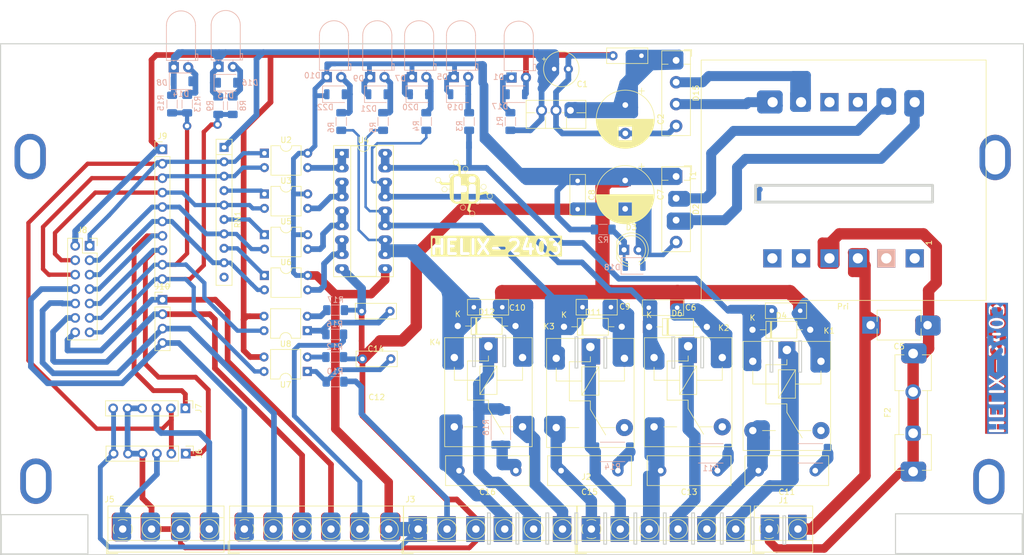
<source format=kicad_pcb>
(kicad_pcb (version 20221018) (generator pcbnew)
  (layers (0 "F.Cu" signal) (31 "B.Cu" signal) (34 "B.Paste" user) (35 "F.Paste" user) (36 "B.SilkS" user "B.Silkscreen") (37 "F.SilkS" user "F.Silkscreen") (38 "B.Mask" user) (39 "F.Mask" user) (44 "Edge.Cuts" user))
  (net 0 "")
  (net 1 "/VCC1 5V")
  (net 2 "GND1")
  (net 3 "GND2")
  (net 4 "/RL1")
  (net 5 "/RL3")
  (net 6 "/VCC2 12V")
  (net 7 "/RL2")
  (net 8 "/RL4")
  (net 9 "/C1")
  (net 10 "Net-(C11-Pad1)")
  (net 11 "/C2")
  (net 12 "Net-(C13-Pad1)")
  (net 13 "/C3")
  (net 14 "/C4")
  (net 15 "Net-(T1-SA)")
  (net 16 "Net-(T1-SB)")
  (net 17 "Net-(T1-SC)")
  (net 18 "Net-(T1-SD)")
  (net 19 "/NO1")
  (net 20 "/NO3")
  (net 21 "Net-(C12-Pad1)")
  (net 22 "/NO2")
  (net 23 "/NC4")
  (net 24 "/NO4")
  (net 25 "/mc3")
  (net 26 "/mc4")
  (net 27 "/mc5")
  (net 28 "/mc6")
  (net 30 "Net-(U4-I1)")
  (net 31 "Net-(U4-I3)")
  (net 32 "Net-(U4-I5)")
  (net 33 "Net-(U4-I7)")
  (net 34 "Net-(R12-Pad2)")
  (net 35 "/mc2")
  (net 36 "/mc1")
  (net 37 "Net-(D1-K)")
  (net 38 "/pwm MC7")
  (net 39 "/0-10 output1")
  (net 40 "/pwm MC8")
  (net 41 "/0-10 output2")
  (net 42 "/Line")
  (net 43 "/Nutral")
  (net 44 "/Input2_withproxy")
  (net 45 "/Input1")
  (net 46 "/RED")
  (net 47 "/BLACK")
  (net 48 "/WHITE")
  (net 49 "/GREEN")
  (net 50 "Net-(C14-Pad1)")
  (net 51 "Net-(C15-Pad1)")
  (net 52 "Net-(R17-Pad2)")
  (net 53 "Net-(C16-Pad1)")
  (net 54 "Net-(D15-+)")
  (net 55 "Net-(D18-K)")
  (net 56 "Net-(D19-A)")
  (net 57 "Net-(D10-A)")
  (net 58 "Net-(D13-A)")
  (net 59 "Net-(D14-A)")
  (net 61 "/NC1")
  (net 62 "/NC2")
  (net 63 "/NC3")
  (net 64 "Net-(D20-A)")
  (net 65 "Net-(D21-A)")
  (net 67 "Net-(RN1-R1)")
  (net 68 "Net-(RN1-R3)")
  (net 69 "Net-(RN1-R5)")
  (net 70 "Net-(RN1-R7)")
  (footprint "Capacitor_THT:C_Disc_D14.5mm_W5.0mm_P10.00mm" (layer "F.Cu") (at 170.294 116.332 180)
    (fp_text reference "C13")
    (fp_text value "47NK630V_BOXTYPE" hide)
  )
  (footprint "Package_DIP:DIP-4_W7.62mm" (layer "F.Cu") (at 90.5618 67.59976)
    (fp_text reference "U3")
    (fp_text value "PC817" hide)
  )
  (footprint "Relay_THT:Relay_SPDT_Finder_36.11" (layer "F.Cu") (at 129.9824 94.4104 -90)
    (fp_text reference "K4")
    (fp_text value "FINDER-36.11" hide)
  )
  (footprint "Capacitor_THT:C_Disc_D7.0mm_W2.5mm_P5.00mm" (layer "F.Cu") (at 151.5324 87.5426 180)
    (fp_text reference "C9")
    (fp_text value "C_0.1/100V_BOX" hide)
  )
  (footprint "Connector_PinHeader_2.54mm:PinHeader_1x10_P2.54mm_Vertical" (layer "F.Cu") (at 72.6094 59.7408)
    (fp_text reference "J9")
    (fp_text value "Conn_01x10")
  )
  (footprint "Diode_THT:D_DO-41_SOD81_P10.16mm_Horizontal" (layer "F.Cu") (at 124.5864 90.8558)
    (fp_text reference "D12")
    (fp_text value "1N4007" hide)
  )
  (footprint "Capacitor_THT:C_Disc_D7.0mm_W2.5mm_P5.00mm" (layer "F.Cu") (at 184.8412 88.1634 180)
    (fp_text reference "C4" hide)
    (fp_text value "C_0.1/100V_BOX" hide)
  )
  (footprint "TerminalBlock_MetzConnect:TerminalBlock_MetzConnect_Type101_RT01602HBWC_1x02_P5.08mm_Horizontal" (layer "F.Cu") (at 179.3656 126.619)
    (fp_text reference "J1")
    (fp_text value "Conn_01x02_Pin" hide)
  )
  (footprint "Capacitor_THT:C_Disc_D7.0mm_W2.5mm_P5.00mm" (layer "F.Cu") (at 112.8176 96.647 180)
    (fp_text reference "C12")
    (fp_text value "C_0.1/100V_BOX" hide)
  )
  (footprint "Capacitor_THT:CP_Radial_D10.0mm_P5.00mm" (layer "F.Cu") (at 154.0672 51.937523 -90)
    (fp_text reference "C2")
    (fp_text value "C_1000mg/16v" hide)
  )
  (footprint "Diode_THT:D_DO-41_SOD81_P10.16mm_Horizontal" (layer "F.Cu") (at 143.2778 90.9908)
    (fp_text reference "D11")
    (fp_text value "1N4007" hide)
  )
  (footprint "Diode_THT:D_DO-41_SOD81_P10.16mm_Horizontal" (layer "F.Cu") (at 158.2582 91.0102)
    (fp_text reference "D6")
    (fp_text value "1N4007" hide)
  )
  (footprint "Package_DIP:DIP-4_W7.62mm" (layer "F.Cu") (at 98.111 98.8568 180)
    (fp_text reference "U7")
    (fp_text value "PC817")
  )
  (footprint "Capacitor_THT:C_Disc_D7.0mm_W2.5mm_P5.00mm" (layer "F.Cu") (at 145.6852 65.2926 -90)
    (fp_text reference "C8")
    (fp_text value "C104" hide)
  )
  (footprint "Package_DIP:DIP-4_W7.62mm" (layer "F.Cu") (at 90.5618 81.95328)
    (fp_text reference "U6")
    (fp_text value "PC817" hide)
  )
  (footprint "Capacitor_THT:C_Disc_D14.5mm_W5.0mm_P10.00mm" (layer "F.Cu") (at 134.814 116.332 180)
    (fp_text reference "C16")
    (fp_text value "47NK630V_BOXTYPE" hide)
  )
  (footprint "MountingHole:MountingHole_3.5mm" (layer "F.Cu") (at 219.142 61.1632)
    (fp_text reference "REF**" hide)
    (fp_text value "MountingHole_3.5mm" hide)
  )
  (footprint "Diode_THT:D_DO-41_SOD81_P10.16mm_Horizontal" (layer "F.Cu") (at 176.4484 91.5162)
    (fp_text reference "D4")
    (fp_text value "1N4007" hide)
  )
  (footprint "Relay_THT:Relay_SPDT_Finder_36.11" (layer "F.Cu") (at 182.4992 95.0708 -90)
    (fp_text reference "K1")
    (fp_text value "FINDER-36.11" hide)
  )
  (footprint "Capacitor_THT:C_Disc_D7.5mm_W5.0mm_P10.00mm" (layer "F.Cu") (at 207.251 90.7034 180)
    (fp_text reference "C5")
    (fp_text value "47NK630V_BOXTYPE")
  )
  (footprint "Package_DIP:DIP-4_W7.62mm" (layer "F.Cu") (at 90.5618 60.423)
    (fp_text reference "U2")
    (fp_text value "PC817" hide)
  )
  (footprint "Capacitor_THT:C_Disc_D7.0mm_W2.5mm_P5.00mm" (layer "F.Cu") (at 132.4148 87.5538 180)
    (fp_text reference "C10")
    (fp_text value "C_0.1/100V_BOX" hide)
  )
  (footprint "Capacitor_THT:C_Disc_D7.0mm_W2.5mm_P5.00mm" (layer "F.Cu") (at 163.1966 87.632 180)
    (fp_text reference "C6")
    (fp_text value "C_0.1/100V_BOX" hide)
  )
  (footprint "Capacitor_THT:CP_Radial_D10.0mm_P5.00mm" (layer "F.Cu") (at 154.0418 65.221723 -90)
    (fp_text reference "C7")
    (fp_text value "C_1000mg/16v" hide)
  )
  (footprint "Connector_PinHeader_2.54mm:PinHeader_1x04_P2.54mm_Vertical" (layer "F.Cu") (at 72.6348 86.233)
    (fp_text reference "J10")
    (fp_text value "Conn_01x04_Pin")
  )
  (footprint "Capacitor_THT:C_Disc_D7.0mm_W2.5mm_P5.00mm" (layer "F.Cu") (at 156.9082 43.2562 180)
    (fp_text reference "C3" hide)
    (fp_text value "C104" hide)
  )
  (footprint "Package_DIP:DIP-4_W7.62mm" (layer "F.Cu") (at 90.5618 74.77652)
    (fp_text reference "U5")
    (fp_text value "PC817" hide)
  )
  (footprint "logo:logo_silk" (layer "F.Cu") (at 125.67 66.548)
    (fp_text reference "G***" hide)
    (fp_text value "LOGO" hide)
  )
  (footprint "TerminalBlock_MetzConnect:TerminalBlock_MetzConnect_Type101_RT01606HBWC_1x06_P5.08mm_Horizontal" (layer "F.Cu") (at 148.0982 126.619)
    (fp_text reference "J2")
    (fp_text value "Conn_01x06")
  )
  (footprint "Package_DIP:DIP-18_W7.62mm_Socket_LongPads" (layer "F.Cu") (at 104.1916 60.462)
    (fp_text reference "U4")
    (fp_text value "ULN2803A")
  )
  (footprint "TerminalBlock_MetzConnect:TerminalBlock_MetzConnect_Type101_RT01606HBWC_1x06_P5.08mm_Horizontal" (layer "F.Cu") (at 87.0366 126.619)
    (fp_text reference "J4" hide)
    (fp_text value "Conn_01x06")
  )
  (footprint "Capacitor_THT:C_Disc_D7.0mm_W2.5mm_P5.00mm" (layer "F.Cu") (at 112.676 88.2396 180)
    (fp_text reference "C14")
    (fp_text value "C_0.1/100V_BOX" hide)
  )
  (footprint "Diode_THT:Diode_Bridge_Vishay_KBPM" (layer "F.Cu") (at 163.008 64.516 -90)
    (fp_text reference "D2")
    (fp_text value "KBU4A" hide)
  )
  (footprint "Capacitor_THT:C_Disc_D14.5mm_W5.0mm_P10.00mm" (layer "F.Cu") (at 152.768 116.332 180)
    (fp_text reference "C15")
    (fp_text value "47NK630V_BOXTYPE" hide)
  )
  (footprint "Resistor_THT:R_Array_SIP10" (layer "F.Cu") (at 83.4652 59.3952 -90)
    (fp_text reference "RN1")
    (fp_text value "R_Network09_US")
  )
  (footprint "Capacitor_THT:CP_Radial_Tantal_D6.0mm_P2.50mm" (layer "F.Cu") (at 141.551175 45.593)
    (fp_text reference "C1")
    (fp_text value "C_1000mg/16v" hide)
  )
  (footprint "TerminalBlock_MetzConnect:TerminalBlock_MetzConnect_Type101_RT01604HBWC_1x04_P5.08mm_Horizontal" (layer "F.Cu") (at 65.6244 126.619)
    (fp_text reference "J5")
    (fp_text value "Conn_01x04_Pin")
  )
  (footprint "Package_DIP:DIP-4_W7.62mm" (layer "F.Cu") (at 98.111 91.68004 180)
    (fp_text reference "U8")
    (fp_text value "PC817")
  )
  (footprint "MountingHole:MountingHole_3.5mm" (layer "F.Cu") (at 50.359 118.1862)
    (fp_text reference "REF**" hide)
    (fp_text value "MountingHole_3.5mm" hide)
  )
  (footprint "MountingHole:MountingHole_3.5mm" (layer "F.Cu") (at 218.0498 118.2624)
    (fp_text reference "REF**" hide)
    (fp_text value "MountingHole_3.5mm" hide)
  )
  (footprint "Relay_THT:Relay_SPDT_Finder_36.11" (layer "F.Cu") (at 165.130932 94.4156 -90)
    (fp_text reference "K2")
    (fp_text value "FINDER-36.11" hide)
  )
  (footprint "Diode_THT:Diode_Bridge_Vishay_KBPM" (layer "F.Cu") (at 163.008 44.076 -90)
    (fp_text reference "D15")
    (fp_text value "KBU4A" hide)
  )
  (footprint "MountingHole:MountingHole_3.5mm" (layer "F.Cu") (at 49.343 61.0108)
    (fp_text reference "REF**" hide)
    (fp_text value "MountingHole_3.5mm" hide)
  )
  (footprint "TerminalBlock_MetzConnect:TerminalBlock_MetzConnect_Type101_RT01606HBWC_1x06_P5.08mm_Horizontal" (layer "F.Cu") (at 117.6182 126.619)
    (fp_text reference "J3")
    (fp_text value "Conn_01x06")
  )
  (footprint "Capacitor_THT:C_Disc_D14.5mm_W5.0mm_P10.00mm" (layer "F.Cu") (at 187.486 116.332 180)
    (fp_text reference "C11")
    (fp_text value "47NK630V_BOXTYPE" hide)
  )
  (footprint "Package_TO_SOT_THT:TO-220F-3_Vertical" (layer "F.Cu") (at 144.4152 52.8828 180)
    (fp_text reference "U1" hide)
    (fp_text value "LM7805_TO220" hide)
  )
  (footprint "Fuse:Fuseholder_Clip-5x20mm_Eaton_1A5601-01_Inline_P20.80x6.76mm_D1.70mm_Horizontal" (layer "F.Cu") (at 204.7148 116.5036 90)
    (fp_text reference "F2")
    (fp_text value "Fuse_Small")
  )
  (footprint "Connector_PinHeader_2.54mm:PinHeader_1x06_P2.54mm_Vertical" (layer "F.Cu") (at 76.648 105.3592 -90)
    (fp_text reference "J7")
    (fp_text value "Conn_01x06" hide)
  )
  (footprint "Relay_THT:Relay_SPDT_Finder_36.11" (layer "F.Cu") (at 147.915066 94.5454 -90)
    (fp_text reference "K3")
    (fp_text value "FINDER-36.11" hide)
  )
  (footprint "LED_THT:LED_D5.0mm" (layer "F.Cu") (at 153.859 77.44)
    (fp_text reference "D3")
    (fp_text value "LED" hide)
  )
  (footprint "Connector_PinHeader_2.54mm:PinHeader_1x06_P2.54mm_Vertical" (layer "F.Cu") (at 76.7242 113.3348 -90)
    (fp_text reference "J6")
    (fp_text value "Conn_01x06")
  )
  (footprint "Connector_PinSocket_2.54mm:PinSocket_2x07_P2.54mm_Vertical" (layer "F.Cu") (at 59.8078 76.7334)
    (fp_text reference "J8")
    (fp_text value "Conn_02x07_Odd_Even")
  )
  (footprint "Transformer_THT:Transformer_CHK_EI48-8VA_2xSec" (layer "F.Cu") (at 204.9942 78.935 90)
    (fp_text reference "T1")
    (fp_text value "Transformer_1P_2S")
    (fp_rect (start 9.91 -28) (end 12.86 3.14) (stroke (width 0.5)) (fill none) (layer "Edge.Cuts"))
  )
  (footprint "Resistor_SMD:R_1206_3216Metric_Pad1.30x1.75mm_HandSolder" (layer "B.Cu") (at 76.9782 51.7646 90)
    (fp_text reference "R13")
    (fp_text value "3k3" hide)
  )
  (footprint "Resistor_SMD:R_1206_3216Metric_Pad1.30x1.75mm_HandSolder" (layer "B.Cu") (at 74.3112 51.7646 90)
    (fp_text reference "R15")
    (fp_text value "10K" hide)
  )
  (footprint "LED_THT:LED_D5.0mm_Horizontal_O1.27mm_Z3.0mm" (layer "B.Cu") (at 123.887 47.02)
    (fp_text reference "D5")
    (fp_text value "LED")
  )
  (footprint "LED_SMD:LED_1206_3216Metric_ReverseMount_Hole1.8x2.4mm" (layer "B.Cu") (at 124.882 50.038)
    (fp_text reference "D19")
    (fp_text value "LED")
  )
  (footprint "Resistor_SMD:R_1206_3216Metric_Pad1.30x1.75mm_HandSolder" (layer "B.Cu") (at 111.446 54.838 90)
    (fp_text reference "R5")
    (fp_text value "3k3" hide)
  )
  (footprint "LED_SMD:LED_1206_3216Metric_ReverseMount_Hole1.8x2.4mm" (layer "B.Cu") (at 117.77 50.038)
    (fp_text reference "D20")
    (fp_text value "LED" hide)
  )
  (footprint "LED_SMD:LED_1206_3216Metric_ReverseMount_Hole1.8x2.4mm" (layer "B.Cu") (at 76.114 47.752)
    (fp_text reference "D8")
    (fp_text value "LED" hide)
  )
  (footprint "LED_THT:LED_D5.0mm_Horizontal_O1.27mm_Z3.0mm" (layer "B.Cu") (at 101.535 47.02)
    (fp_text reference "D10")
    (fp_text value "LED")
  )
  (footprint "LED_THT:LED_D5.0mm_Horizontal_O1.27mm_Z3.0mm" (layer "B.Cu") (at 134.047 47.0962)
    (fp_text reference "D1")
    (fp_text value "LED" hide)
  )
  (footprint "Resistor_SMD:R_1206_3216Metric_Pad1.30x1.75mm_HandSolder" (layer "B.Cu") (at 126.5844 54.838 90)
    (fp_text reference "R3")
    (fp_text value "3k3" hide)
  )
  (footprint "Resistor_SMD:R_1206_3216Metric_Pad1.30x1.75mm_HandSolder" (layer "B.Cu") (at 103.0894 88.0618 180)
    (fp_text reference "R17")
    (fp_text value "2k2" hide)
  )
  (footprint "LED_THT:LED_D5.0mm_Horizontal_O1.27mm_Z3.0mm" (layer "B.Cu") (at 109.155 47.02)
    (fp_text reference "D9")
    (fp_text value "LED")
  )
  (footprint "LED_SMD:LED_1206_3216Metric_ReverseMount_Hole1.8x2.4mm" (layer "B.Cu") (at 155.616 80.264)
    (fp_text reference "D18")
    (fp_text value "LED" hide)
  )
  (footprint "Resistor_SMD:R_1206_3216Metric_Pad1.30x1.75mm_HandSolder" (layer "B.Cu") (at 102.937 92.3346 180)
    (fp_text reference "R16")
    (fp_text value "2k2" hide)
  )
  (footprint "Resistor_SMD:R_2512_6332Metric_Pad1.40x3.35mm_HandSolder" (layer "B.Cu") (at 186.632 113.284)
    (fp_text reference "R7" hide)
    (fp_text value "100e / 1w" hide)
  )
  (footprint "LED_THT:LED_D5.0mm_Horizontal_O1.27mm_Z3.0mm" (layer "B.Cu") (at 82.485 45.2166)
    (fp_text reference "D13")
    (fp_text value "LED")
  )
  (footprint "LED_SMD:LED_1206_3216Metric_ReverseMount_Hole1.8x2.4mm" (layer "B.Cu") (at 83.988 48.006)
    (fp_text reference "D16")
    (fp_text value "LED" hide)
  )
  (footprint "LED_SMD:LED_1206_3216Metric_ReverseMount_Hole1.8x2.4mm" (layer "B.Cu") (at 103.09 50.038)
    (fp_text reference "D22")
    (fp_text value "LED" hide)
  )
  (footprint "Resistor_SMD:R_1206_3216Metric_Pad1.30x1.75mm_HandSolder" (layer "B.Cu") (at 82.4392 52.044 90)
    (fp_text reference "R9")
    (fp_text value "10K" hide)
  )
  (footprint "Resistor_SMD:R_1206_3216Metric_Pad1.30x1.75mm_HandSolder" (layer "B.Cu") (at 102.9878 100.6602 180)
    (fp_text reference "R10")
    (fp_text value "2k2" hide)
  )
  (footprint "Resistor_SMD:R_1206_3216Metric_Pad1.30x1.75mm_HandSolder" (layer "B.Cu") (at 133.8488 54.838 90)
    (fp_text reference "R1")
    (fp_text value "10K" hide)
  )
  (footprint "LED_THT:LED_D5.0mm_Horizontal_O1.27mm_Z3.0mm" (layer "B.Cu") (at 74.611 45.2882)
    (fp_text reference "D14")
    (fp_text value "LED")
  )
  (footprint "LED_SMD:LED_1206_3216Metric_ReverseMount_Hole1.8x2.4mm" (layer "B.Cu") (at 110.456 50.038)
    (fp_text reference "D21")
    (fp_text value "LED" hide)
  )
  (footprint "Resistor_SMD:R_2512_6332Metric_Pad1.40x3.35mm_HandSolder" (layer "B.Cu") (at 132.1724 108.712 -90)
    (fp_text reference "R18")
    (fp_text value "100e / 1w" hide)
  )
  (footprint "Resistor_SMD:R_1206_3216Metric_Pad1.30x1.75mm_HandSolder" (layer "B.Cu") (at 102.937 96.3224 180)
    (fp_text reference "R12")
    (fp_text value "2k2" hide)
  )
  (footprint "Resistor_SMD:R_1206_3216Metric_Pad1.30x1.75mm_HandSolder" (layer "B.Cu") (at 104.08 54.838 90)
    (fp_text reference "R6")
    (fp_text value "3k3" hide)
  )
  (footprint "Resistor_SMD:R_1206_3216Metric_Pad1.30x1.75mm_HandSolder" (layer "B.Cu") (at 84.9792 52.044 90)
    (fp_text reference "R8")
    (fp_text value "3k3" hide)
  )
  (footprint "Resistor_SMD:R_2512_6332Metric_Pad1.40x3.35mm_HandSolder" (layer "B.Cu") (at 169.102 113.284)
    (fp_text reference "R11")
    (fp_text value "100e / 1w" hide)
  )
  (footprint "Resistor_SMD:R_1206_3216Metric_Pad1.30x1.75mm_HandSolder" (layer "B.Cu") (at 119.0406 54.838 90)
    (fp_text reference "R4")
    (fp_text value "3k3" hide)
  )
  (footprint "Resistor_SMD:R_1206_3216Metric_Pad1.30x1.75mm_HandSolder" (layer "B.Cu") (at 150.181 73.8632)
    (fp_text reference "R2")
    (fp_text value "10K" hide)
  )
  (footprint "Resistor_SMD:R_2512_6332Metric_Pad1.40x3.35mm_HandSolder" (layer "B.Cu") (at 151.83 113.03)
    (fp_text reference "R14")
    (fp_text value "100e / 1w" hide)
  )
  (footprint "LED_THT:LED_D5.0mm_Horizontal_O1.27mm_Z3.0mm" (layer "B.Cu") (at 116.521 47.02)
    (fp_text reference "D7")
    (fp_text value "LED")
  )
  (footprint "LED_SMD:LED_1206_3216Metric_ReverseMount_Hole1.8x2.4mm" (layer "B.Cu") (at 134.814 50.038)
    (fp_text reference "D17")
    (fp_text value "LED" hide)
  )
  (gr_line (start 190.1606 76.073) (end 188.7128 76.073) (stroke (width 1.6)) (layer "F.Cu"))
  (gr_line (start 107.255 126.746) (end 107.255 125.222) (stroke (width 1.5)) (layer "F.Cu"))
  (gr_line (start 76.648 128.016) (end 76.648 124.46) (stroke (width 1.5)) (layer "F.Cu"))
  (gr_line (start 196.0788 88.5698) (end 198.2124 89.916) (stroke (width 1.6)) (layer "F.Cu"))
  (gr_rect (start 131.004 124.46) (end 134.052 128.778) (stroke (width 0.2)) (fill solid) (layer "F.Cu"))
  (gr_line (start 76.648 124.46) (end 74.87 124.46) (stroke (width 1.5)) (layer "F.Cu"))
  (gr_rect (start 146.498 124.46) (end 149.546 128.778) (stroke (width 0.2)) (fill solid) (layer "F.Cu"))
  (gr_rect (start 116.018 124.46) (end 119.066 128.778) (stroke (width 0.2)) (fill solid) (layer "F.Cu"))
  (gr_line (start 66.234 124.46) (end 64.456 124.46) (stroke (width 1.5)) (layer "F.Cu"))
  (gr_line (start 86.046 128.016) (end 87.824 128.016) (stroke (width 1.5)) (layer "F.Cu"))
  (gr_line (start 74.87 128.016) (end 76.648 128.016) (stroke (width 1.5)) (layer "F.Cu"))
  (gr_line (start 101.286 128.016) (end 103.064 128.016) (stroke (width 1.5)) (layer "F.Cu"))
  (gr_line (start 106.366 124.46) (end 106.366 128.016) (stroke (width 1.5)) (layer "F.Cu"))
  (gr_rect (start 161.992 124.46) (end 165.04 128.778) (stroke (width 0.2)) (fill solid) (layer "F.Cu"))
  (gr_rect (start 151.578 124.46) (end 154.626 128.778) (stroke (width 0.2)) (fill solid) (layer "F.Cu"))
  (gr_line (start 64.456 124.46) (end 64.456 128.016) (stroke (width 1.5)) (layer "F.Cu"))
  (gr_rect (start 182.82 124.206) (end 185.868 128.524) (stroke (width 0.2)) (fill solid) (layer "F.Cu"))
  (gr_line (start 195.7994 81.4832) (end 194.0468 81.4324) (stroke (width 1.6)) (layer "F.Cu"))
  (gr_line (start 87.824 128.016) (end 87.824 124.46) (stroke (width 1.5)) (layer "F.Cu"))
  (gr_line (start 86.935 126.746) (end 86.935 125.222) (stroke (width 1.5)) (layer "F.Cu"))
  (gr_line (start 195.9772 80.6704) (end 194.7834 80.4164) (stroke (width 1.6)) (layer "F.Cu"))
  (gr_line (start 196.2312 77.9399) (end 196.2312 81.3689) (stroke (width 1.6)) (layer "F.Cu"))
  (gr_line (start 198.2124 89.8525) (end 198.2124 91.9099) (stroke (width 1.6)) (layer "F.Cu"))
  (gr_line (start 92.904 128.016) (end 92.904 124.46) (stroke (width 1.5)) (layer "F.Cu"))
  (gr_line (start 91.126 124.46) (end 91.126 128.016) (stroke (width 1.5)) (layer "F.Cu"))
  (gr_line (start 79.95 128.016) (end 81.728 128.016) (stroke (width 1.5)) (layer "F.Cu"))
  (gr_line (start 97.984 128.016) (end 97.984 124.46) (stroke (width 1.5)) (layer "F.Cu"))
  (gr_rect (start 177.994 124.206) (end 181.042 128.524) (stroke (width 0.2)) (fill solid) (layer "F.Cu"))
  (gr_line (start 206.2007 117.4242) (end 206.2007 115.5446) (stroke (width 1.6)) (layer "F.Cu"))
  (gr_rect (start 128.464 92.964) (end 131.512 97.282) (stroke (width 0.2)) (fill solid) (layer "F.Cu"))
  (gr_line (start 81.728 124.46) (end 79.95 124.46) (stroke (width 1.5)) (layer "F.Cu"))
  (gr_line (start 80.839 126.746) (end 80.839 125.222) (stroke (width 1.5)) (layer "F.Cu"))
  (gr_line (start 70.425 126.746) (end 70.425 125.222) (stroke (width 1.5)) (layer "F.Cu"))
  (gr_rect (start 146.498 93.218) (end 149.546 97.536) (stroke (width 0.2)) (fill solid) (layer "F.Cu"))
  (gr_line (start 69.536 124.46) (end 69.536 128.016) (stroke (width 1.5)) (layer "F.Cu"))
  (gr_line (start 87.824 124.46) (end 86.046 124.46) (stroke (width 1.5)) (layer "F.Cu"))
  (gr_line (start 206.2896 94.7166) (end 203.4194 94.7166) (stroke (width 1.6)) (layer "F.Cu"))
  (gr_line (start 113.732 128.016) (end 113.732 124.46) (stroke (width 1.5)) (layer "F.Cu"))
  (gr_line (start 188.7128 76.073) (end 188.7128 79.9846) (stroke (width 1.6)) (layer "F.Cu"))
  (gr_line (start 81.728 128.016) (end 81.728 124.46) (stroke (width 1.5)) (layer "F.Cu"))
  (gr_line (start 103.064 128.016) (end 103.064 124.46) (stroke (width 1.5)) (layer "F.Cu"))
  (gr_line (start 208.7534 91.7194) (end 208.728 89.789) (stroke (width 1.6)) (layer "F.Cu"))
  (gr_line (start 64.456 128.016) (end 66.234 128.016) (stroke (width 1.5)) (layer "F.Cu"))
  (gr_line (start 108.144 128.016) (end 108.144 124.46) (stroke (width 1.5)) (layer "F.Cu"))
  (gr_line (start 97.984 124.46) (end 96.206 124.46) (stroke (width 1.5)) (layer "F.Cu"))
  (gr_line (start 203.4194 94.7166) (end 203.4448 96.647) (stroke (width 1.6)) (layer "F.Cu"))
  (gr_line (start 203.3559 117.475) (end 206.2007 117.4242) (stroke (width 1.6)) (layer "F.Cu"))
  (gr_line (start 92.015 126.746) (end 92.015 125.222) (stroke (width 1.5)) (layer "F.Cu"))
  (gr_line (start 112.462 126.746) (end 112.462 124.968) (stroke (width 1.5)) (layer "F.Cu"))
  (gr_line (start 103.064 124.46) (end 101.286 124.46) (stroke (width 1.5)) (layer "F.Cu"))
  (gr_rect (start 126.178 124.46) (end 129.226 128.778) (stroke (width 0.2)) (fill solid) (layer "F.Cu"))
  (gr_rect (start 141.418 124.46) (end 144.466 128.778) (stroke (width 0.2)) (fill solid) (layer "F.Cu"))
  (gr_rect (start 121.098 124.46) (end 124.146 128.778) (stroke (width 0.2)) (fill solid) (layer "F.Cu"))
  (gr_line (start 102.175 126.746) (end 102.175 125.222) (stroke (width 1.5)) (layer "F.Cu"))
  (gr_line (start 91.126 128.016) (end 92.904 128.016) (stroke (width 1.5)) (layer "F.Cu"))
  (gr_line (start 113.732 124.46) (end 111.954 124.46) (stroke (width 1.5)) (layer "F.Cu"))
  (gr_line (start 71.314 124.46) (end 69.536 124.46) (stroke (width 1.5)) (layer "F.Cu"))
  (gr_line (start 194.0214 77.9272) (end 196.2312 77.9399) (stroke (width 1.6)) (layer "F.Cu"))
  (gr_line (start 206.2896 96.5962) (end 206.2896 94.7166) (stroke (width 1.6)) (layer "F.Cu"))
  (gr_line (start 108.144 124.46) (end 106.366 124.46) (stroke (width 1.5)) (layer "F.Cu"))
  (gr_line (start 74.87 124.46) (end 74.87 128.016) (stroke (width 1.5)) (layer "F.Cu"))
  (gr_line (start 69.536 128.016) (end 71.314 128.016) (stroke (width 1.5)) (layer "F.Cu"))
  (gr_line (start 205.8832 91.7194) (end 208.7534 91.7194) (stroke (width 1.6)) (layer "F.Cu"))
  (gr_line (start 65.345 126.746) (end 65.345 125.222) (stroke (width 1.5)) (layer "F.Cu"))
  (gr_line (start 205.8832 89.8398) (end 205.8832 91.7194) (stroke (width 1.6)) (layer "F.Cu"))
  (gr_line (start 111.7 124.46) (end 111.7 128.016) (stroke (width 1.5)) (layer "F.Cu"))
  (gr_line (start 106.366 128.016) (end 108.144 128.016) (stroke (width 1.5)) (layer "F.Cu"))
  (gr_line (start 117.415 126.746) (end 117.415 125.222) (stroke (width 1.5)) (layer "F.Cu"))
  (gr_line (start 66.234 128.016) (end 66.234 124.46) (stroke (width 1.5)) (layer "F.Cu"))
  (gr_rect (start 116.018 124.46) (end 119.066 128.778) (stroke (width 0.2)) (fill solid) (layer "F.Cu"))
  (gr_line (start 206.2007 115.5446) (end 203.3305 115.5446) (stroke (width 1.6)) (layer "F.Cu"))
  (gr_line (start 188.7128 79.9846) (end 190.9734 79.9846) (stroke (width 1.6)) (layer "F.Cu"))
  (gr_line (start 92.904 124.46) (end 91.126 124.46) (stroke (width 1.5)) (layer "F.Cu"))
  (gr_line (start 96.206 128.016) (end 97.984 128.016) (stroke (width 1.5)) (layer "F.Cu"))
  (gr_line (start 86.046 124.46) (end 86.046 128.016) (stroke (width 1.5)) (layer "F.Cu"))
  (gr_line (start 208.728 89.789) (end 205.8832 89.8398) (stroke (width 1.6)) (layer "F.Cu"))
  (gr_line (start 194.0468 81.4324) (end 194.0722 78.232) (stroke (width 1.6)) (layer "F.Cu"))
  (gr_line (start 203.3305 115.5446) (end 203.3559 117.475) (stroke (width 1.6)) (layer "F.Cu"))
  (gr_line (start 101.286 124.46) (end 101.286 128.016) (stroke (width 1.5)) (layer "F.Cu"))
  (gr_line (start 71.314 128.016) (end 71.314 124.46) (stroke (width 1.5)) (layer "F.Cu"))
  (gr_line (start 190.9734 79.9846) (end 190.948 75.8444) (stroke (width 1.6)) (layer "F.Cu"))
  (gr_line (start 79.95 124.46) (end 79.95 128.016) (stroke (width 1.5)) (layer "F.Cu"))
  (gr_rect (start 166.818 124.46) (end 169.866 128.778) (stroke (width 0.2)) (fill solid) (layer "F.Cu"))
  (gr_line (start 75.759 126.746) (end 75.759 125.222) (stroke (width 1.5)) (layer "F.Cu"))
  (gr_rect (start 171.898 124.46) (end 174.946 128.778) (stroke (width 0.2)) (fill solid) (layer "F.Cu"))
  (gr_line (start 203.4448 96.647) (end 206.2896 96.5962) (stroke (width 1.6)) (layer "F.Cu"))
  (gr_rect (start 156.912 124.46) (end 159.96 128.778) (stroke (width 0.2)) (fill solid) (layer "F.Cu"))
  (gr_line (start 96.206 124.46) (end 96.206 128.016) (stroke (width 1.5)) (layer "F.Cu"))
  (gr_rect (start 163.516 92.964) (end 166.564 97.282) (stroke (width 0.2)) (fill solid) (layer "F.Cu"))
  (gr_line (start 111.954 128.016) (end 113.732 128.016) (stroke (width 1.5)) (layer "F.Cu"))
  (gr_line (start 97.095 126.746) (end 97.095 125.222) (stroke (width 1.5)) (layer "F.Cu"))
  (gr_line (start 198.1362 91.8972) (end 196.6376 92.8624) (stroke (width 1.6)) (layer "F.Cu"))
  (gr_line (start 106.493 128.016) (end 108.271 128.016) (stroke (width 1.5)) (layer "B.Cu"))
  (gr_line (start 154.88 88.646) (end 152.848 86.868) (stroke (width 1.5)) (layer "B.Cu"))
  (gr_line (start 139.132 43.688) (end 138.878 42.926) (stroke (width 1.5)) (layer "B.Cu"))
  (gr_line (start 135.322 88.646) (end 134.306 88.646) (stroke (width 1.5)) (layer "B.Cu"))
  (gr_line (start 142.688 91.694) (end 145.482 88.646) (stroke (width 1.5)) (layer "B.Cu"))
  (gr_line (start 142.688 95.25) (end 141.672 94.742) (stroke (width 1.5)) (layer "B.Cu"))
  (gr_line (start 151.832 90.17) (end 153.61 91.186) (stroke (width 1.5)) (layer "B.Cu"))
  (gr_line (start 160.214 115.824) (end 159.198 117.348) (stroke (width 1.5)) (layer "B.Cu"))
  (gr_line (start 158.69 88.392) (end 157.674 87.122) (stroke (width 1.5)) (layer "B.Cu"))
  (gr_line (start 151.832 91.186) (end 153.61 91.186) (stroke (width 1.5)) (layer "B.Cu"))
  (gr_line (start 117.034 77.216) (end 126.432 86.614) (stroke (width 1.5)) (layer "B.Cu"))
  (gr_line (start 177.232 98.044) (end 177.232 91.948) (stroke (width 1.5)) (layer "B.Cu"))
  (gr_line (start 205.8832 53.2384) (end 205.0958 53.2892) (stroke (width 1.5)) (layer "B.Cu"))
  (gr_line (start 108.271 124.46) (end 106.493 124.46) (stroke (width 1.5)) (layer "B.Cu"))
  (gr_line (start 139.386 45.974) (end 139.386 47.752) (stroke (width 0.55)) (layer "B.Cu"))
  (gr_line (start 102.302 125.222) (end 102.302 126.746) (stroke (width 1.5)) (layer "B.Cu"))
  (gr_line (start 172.152 92.202) (end 167.326 87.884) (stroke (width 1.5)) (layer "B.Cu"))
  (gr_line (start 200.981 52.8828) (end 200.1936 52.9336) (stroke (width 1.5)) (layer "B.Cu"))
  (gr_line (start 185.106 88.138) (end 185.614 90.932) (stroke (width 1.5)) (layer "B.Cu"))
  (gr_line (start 156.9628 45.5676) (end 154.372 48.7426) (stroke (width 1.5)) (layer "B.Cu"))
  (gr_line (start 157.928 126.238) (end 157.928 117.094) (stroke (width 1.5)) (layer "B.Cu"))
  (gr_line (start 146.752 86.106) (end 146.752 88.9) (stroke (width 1.5)) (layer "B.Cu"))
  (gr_line (start 141.672 46.228) (end 139.386 49.022) (stroke (width 1.5)) (layer "B.Cu"))
  (gr_line (start 142.815 110.744) (end 142.815 107.442) (stroke (width 1.5)) (layer "B.Cu"))
  (gr_line (start 178.0194 52.0954) (end 178.0194 52.6796) (stroke (width 1.5)) (layer "B.Cu"))
  (gr_line (start 134.306 90.17) (end 135.322 88.646) (stroke (width 1.5)) (layer "B.Cu"))
  (gr_line (start 96.333 124.46) (end 96.333 128.016) (stroke (width 1.5)) (layer "B.Cu"))
  (gr_line (start 144.466 91.694) (end 142.688 91.694) (stroke (width 1.5)) (layer "B.Cu"))
  (gr_line (start 163.5414 44.9326) (end 156.658 45.1358) (stroke (width 1.5)) (layer "B.Cu"))
  (gr_line (start 124.4 91.44) (end 126.94 88.392) (stroke (width 1.5)) (layer "B.Cu"))
  (gr_line (start 162.754 89.154) (end 162.754 87.63) (stroke (width 1.5)) (layer "B.Cu"))
  (gr_line (start 124.146 89.408) (end 123.638 95.25) (stroke (width 1.5)) (layer "B.Cu"))
  (gr_line (start 150.816 86.868) (end 150.816 90.678) (stroke (width 1.5)) (layer "B.Cu"))
  (gr_line (start 71.441 124.46) (end 69.663 124.46) (stroke (width 1.5)) (layer "B.Cu"))
  (gr_rect (start 146.498 124.46) (end 149.546 128.778) (stroke (width 0.2)) (fill solid) (layer "B.Cu"))
  (gr_line (start 158.182 113.792) (end 158.182 107.696) (stroke (width 1.5)) (layer "B.Cu"))
  (gr_line (start 142.18 86.614) (end 142.434 86.106) (stroke (width 1.5)) (layer "B.Cu"))
  (gr_line (start 187.392 90.17) (end 187.646 90.932) (stroke (width 1.5)) (layer "B.Cu"))
  (gr_line (start 153.61 91.186) (end 153.61 88.9) (stroke (width 1.5)) (layer "B.Cu"))
  (gr_line (start 157.928 86.868) (end 158.944 86.868) (stroke (width 1.5)) (layer "B.Cu"))
  (gr_line (start 123.384 88.392) (end 122.368 84.582) (stroke (width 1.5)) (layer "B.Cu"))
  (gr_line (start 179.264 88.9) (end 176.978 89.408) (stroke (width 1.5)) (layer "B.Cu"))
  (gr_line (start 162.6016 43.9928) (end 156.3786 45.5168) (stroke (width 1.5)) (layer "B.Cu"))
  (gr_line (start 108.271 128.016) (end 108.271 124.46) (stroke (width 1.5)) (layer "B.Cu"))
  (gr_line (start 145.0756 52.3748) (end 154.6514 52.2224) (stroke (width 1.5)) (layer "B.Cu"))
  (gr_line (start 136.846 64.77) (end 136.338 64.262) (stroke (width 1.5)) (layer "B.Cu"))
  (gr_rect (start 136.084 124.46) (end 139.132 128.778) (stroke (width 0.2)) (fill solid) (layer "B.Cu"))
  (gr_line (start 126.432 86.614) (end 127.956 86.614) (stroke (width 1.5)) (layer "B.Cu"))
  (gr_line (start 187.9 91.948) (end 186.376 91.44) (stroke (width 1.5)) (layer "B.Cu"))
  (gr_line (start 125.416 87.122) (end 124.4 87.122) (stroke (width 1.5)) (layer "B.Cu"))
  (gr_line (start 69.663 124.46) (end 69.663 128.016) (stroke (width 1.5)) (layer "B.Cu"))
  (gr_line (start 141.672 44.704) (end 141.672 46.228) (stroke (width 1.5)) (layer "B.Cu"))
  (gr_line (start 162.373 67.818) (end 162.373 69.088) (stroke (width 1.5)) (layer "B.Cu"))
  (gr_line (start 137.1 87.63) (end 132.528 87.884) (stroke (width 1.5)) (layer "B.Cu"))
  (gr_line (start 113.605 124.46) (end 111.827 124.46) (stroke (width 1.5)) (layer "B.Cu"))
  (gr_line (start 185.614 86.614) (end 184.09 88.646) (stroke (width 1.5)) (layer "B.Cu"))
  (gr_line (start 175.454 98.044) (end 177.232 98.044) (stroke (width 1.5)) (layer "B.Cu"))
  (gr_line (start 74.997 128.016) (end 76.775 128.016) (stroke (width 1.5)) (layer "B.Cu"))
  (gr_line (start 176.978 89.408) (end 178.502 87.884) (stroke (width 1.5)) (layer "B.Cu"))
  (gr_rect (start 177.994 124.206) (end 181.042 128.524) (stroke (width 0.2)) (fill solid) (layer "B.Cu"))
  (gr_line (start 93.031 124.46) (end 91.253 124.46) (stroke (width 1.5)) (layer "B.Cu"))
  (gr_line (start 111.954 77.216) (end 117.034 77.216) (stroke (width 1.5)) (layer "B.Cu"))
  (gr_line (start 163.5414 42.9514) (end 163.5414 44.9326) (stroke (width 1.5)) (layer "B.Cu"))
  (gr_line (start 154.372 48.7426) (end 155.5404 48.2346) (stroke (width 1.5)) (layer "B.Cu"))
  (gr_line (start 140.656 86.106) (end 140.656 97.028) (stroke (width 1.5)) (layer "B.Cu"))
  (gr_line (start 96.333 128.016) (end 98.111 128.016) (stroke (width 1.5)) (layer "B.Cu"))
  (gr_line (start 137.1 97.282) (end 135.068 97.282) (stroke (width 1.5)) (layer "B.Cu"))
  (gr_line (start 170.628 92.71) (end 170.882 94.742) (stroke (width 1.5)) (layer "B.Cu"))
  (gr_line (start 74.997 124.46) (end 74.997 128.016) (stroke (width 1.5)) (layer "B.Cu"))
  (gr_line (start 165.294 71.628) (end 162.119 71.628) (stroke (width 1.5)) (layer "B.Cu"))
  (gr_line (start 158.69 94.234) (end 158.944 95.25) (stroke (width 1.5)) (layer "B.Cu"))
  (gr_line (start 156.912 70.866) (end 157.166 76.454) (stroke (width 1.5)) (layer "B.Cu"))
  (gr_line (start 86.173 128.016) (end 87.951 128.016) (stroke (width 1.5)) (layer "B.Cu"))
  (gr_line (start 152.6956 51.7906) (end 153.7878 48.0568) (stroke (width 1.5)) (layer "B.Cu"))
  (gr_line (start 172.152 97.536) (end 172.152 92.202) (stroke (width 1.5)) (layer "B.Cu"))
  (gr_rect (start 171.898 124.46) (end 174.946 128.778) (stroke (width 0.2)) (fill solid) (layer "B.Cu"))
  (gr_rect (start 121.098 124.46) (end 124.146 128.778) (stroke (width 0.2)) (fill solid) (layer "B.Cu"))
  (gr_line (start 155.642 46.1518) (end 155.642 42.9514) (stroke (width 1.5)) (layer "B.Cu"))
  (gr_line (start 179.01 89.916) (end 179.264 88.9) (stroke (width 1.5)) (layer "B.Cu"))
  (gr_line (start 111.827 128.016) (end 113.605 128.016) (stroke (width 1.5)) (layer "B.Cu"))
  (gr_line (start 167.326 87.884) (end 167.072 88.392) (stroke (width 1.5)) (layer "B.Cu"))
  (gr_line (start 151.832 87.63) (end 151.832 90.17) (stroke (width 1.5)) (layer "B.Cu"))
  (gr_line (start 163.262 63.754) (end 163.262 65.024) (stroke (width 1.5)) (layer "B.Cu"))
  (gr_line (start 137.354 107.442) (end 135.068 107.442) (stroke (width 1.5)) (layer "B.Cu"))
  (gr_line (start 200.981 49.7078) (end 200.981 52.8828) (stroke (width 1.5)) (layer "B.Cu"))
  (gr_line (start 186.122 91.694) (end 187.9 91.948) (stroke (width 1.5)) (layer "B.Cu"))
  (gr_line (start 86.173 124.46) (end 86.173 128.016) (stroke (width 1.5)) (layer "B.Cu"))
  (gr_line (start 81.855 128.016) (end 81.855 124.46) (stroke (width 1.5)) (layer "B.Cu"))
  (gr_line (start 139.386 47.752) (end 138.878 47.752) (stroke (width 0.55)) (layer "B.Cu"))
  (gr_line (start 137.1 87.122) (end 137.1 97.282) (stroke (width 1.5)) (layer "B.Cu"))
  (gr_line (start 175.454 88.646) (end 175.454 98.044) (stroke (width 1.5)) (layer "B.Cu"))
  (gr_line (start 162.119 71.628) (end 162.119 73.152) (stroke (width 1.5)) (layer "B.Cu"))
  (gr_line (start 187.646 90.932) (end 186.122 88.646) (stroke (width 1.5)) (layer "B.Cu"))
  (gr_line (start 135.068 97.282) (end 135.068 92.202) (stroke (width 1.5)) (layer "B.Cu"))
  (gr_line (start 143.45 86.868) (end 142.18 86.614) (stroke (width 1.5)) (layer "B.Cu"))
  (gr_line (start 152.594 87.63) (end 152.594 97.282) (stroke (width 1.5)) (layer "B.Cu"))
  (gr_rect (start 116.018 124.46) (end 119.066 128.778) (stroke (width 0.2)) (fill solid) (layer "B.Cu"))
  (gr_line (start 64.583 124.46) (end 64.583 128.016) (stroke (width 1.5)) (layer "B.Cu"))
  (gr_rect (start 128.464 92.964) (end 131.512 97.282) (stroke (width 0.2)) (fill solid) (layer "B.Cu"))
  (gr_line (start 136.338 64.262) (end 163.008 64.516) (stroke (width 1.5)) (layer "B.Cu"))
  (gr_line (start 200.1428 52.832) (end 198.9998 52.8574) (stroke (width 1.5)) (layer "B.Cu"))
  (gr_line (start 145.736 86.868) (end 143.45 86.868) (stroke (width 1.5)) (layer "B.Cu"))
  (gr_line (start 164.659 68.58) (end 164.659 67.818) (stroke (width 1.5)) (layer "B.Cu"))
  (gr_line (start 158.182 107.696) (end 160.214 107.696) (stroke (width 1.5)) (layer "B.Cu"))
  (gr_line (start 87.951 124.46) (end 86.173 124.46) (stroke (width 1.5)) (layer "B.Cu"))
  (gr_line (start 97.222 125.222) (end 97.222 126.746) (stroke (width 1.5)) (layer "B.Cu"))
  (gr_line (start 143.704 88.646) (end 143.196 89.154) (stroke (width 1.5)) (layer "B.Cu"))
  (gr_line (start 122.622 97.79) (end 122.622 83.566) (stroke (width 1.5)) (layer "B.Cu"))
  (gr_line (start 178.502 87.884) (end 172.66 87.884) (stroke (width 1.5)) (layer "B.Cu"))
  (gr_line (start 180.9912 52.6796) (end 181.0166 52.0446) (stroke (width 1.5)) (layer "B.Cu"))
  (gr_line (start 140.529 109.22) (end 142.307 110.744) (stroke (width 1.5)) (layer "B.Cu"))
  (gr_line (start 203.4194 96.5962) (end 206.2642 96.647) (stroke (width 1.6)) (layer "B.Cu"))
  (gr_line (start 160.214 96.012) (end 160.214 97.79) (stroke (width 1.5)) (layer "B.Cu"))
  (gr_line (start 198.9998 52.8574) (end 198.9998 49.7078) (stroke (width 1.5)) (layer "B.Cu"))
  (gr_line (start 183.836 47.9044) (end 183.836 49.9364) (stroke (width 1.5)) (layer "B.Cu"))
  (gr_line (start 122.622 83.566) (end 125.416 87.122) (stroke (width 1.5)) (layer "B.Cu"))
  (gr_line (start 170.882 94.742) (end 168.088 90.424) (stroke (width 1.5)) (layer "B.Cu"))
  (gr_line (start 138.6494 42.8752) (end 141.672 42.8752) (stroke (width 1.5)) (layer "B.Cu"))
  (gr_line (start 139.64 44.704) (end 139.132 45.212) (stroke (width 1.5)) (layer "B.Cu"))
  (gr_line (start 185.9696 46.6852) (end 183.7344 46.6852) (stroke (width 1.5)) (layer "B.Cu"))
  (gr_line (start 206.1753 117.475) (end 206.2007 115.5446) (stroke (width 1.6)) (layer "B.Cu"))
  (gr_line (start 135.068 107.442) (end 135.068 109.22) (stroke (width 1.5)) (layer "B.Cu"))
  (gr_line (start 153.61 88.9) (end 151.832 87.63) (stroke (width 1.5)) (layer "B.Cu"))
  (gr_line (start 103.191 124.46) (end 101.413 124.46) (stroke (width 1.5)) (layer "B.Cu"))
  (gr_line (start 140.148 44.704) (end 141.672 44.704) (stroke (width 1.5)) (layer "B.Cu"))
  (gr_line (start 205.8832 50.0634) (end 205.8832 53.2384) (stroke (width 1.5)) (layer "B.Cu"))
  (gr_line (start 103.191 128.016) (end 103.191 124.46) (stroke (width 1.5)) (layer "B.Cu"))
  (gr_line (start 205.8832 91.7194) (end 208.7534 91.7194) (stroke (width 1.6)) (layer "B.Cu"))
  (gr_line (start 162.373 69.088) (end 164.786 69.088) (stroke (width 1.5)) (layer "B.Cu"))
  (gr_line (start 163.008 64.516) (end 163.262 64.135) (stroke (width 1.5)) (layer "B.Cu"))
  (gr_line (start 146.3964 52.2732) (end 145.1518 52.1716) (stroke (width 1.5)) (layer "B.Cu"))
  (gr_line (start 168.088 90.424) (end 166.564 89.154) (stroke (width 1.5)) (layer "B.Cu"))
  (gr_line (start 137.1 86.868) (end 137.1 87.63) (stroke (width 1.5)) (layer "B.Cu"))
  (gr_line (start 141.672 94.742) (end 141.164 87.376) (stroke (width 1.5)) (layer "B.Cu"))
  (gr_rect (start 166.818 124.46) (end 169.866 128.778) (stroke (width 0.2)) (fill solid) (layer "B.Cu"))
  (gr_line (start 135.576 63.754) (end 129.48 57.404) (stroke (width 1.5)) (layer "B.Cu"))
  (gr_line (start 172.66 87.884) (end 177.232 87.884) (stroke (width 1.5)) (layer "B.Cu"))
  (gr_line (start 144.1104 52.1716) (end 144.1104 53.4924) (stroke (width 1.5)) (layer "B.Cu"))
  (gr_line (start 150.816 90.678) (end 151.832 91.186) (stroke (width 1.5)) (layer "B.Cu"))
  (gr_line (start 154.6514 52.2224) (end 154.6514 50.3174) (stroke (width 1.5)) (layer "B.Cu"))
  (gr_line (start 128.972 44.958) (end 128.464 44.958) (stroke (width 1.5)) (layer "B.Cu"))
  (gr_line (start 141.672 42.926) (end 141.672 44.704) (stroke (width 1.5)) (layer "B.Cu"))
  (gr_line (start 66.361 124.46) (end 64.583 124.46) (stroke (width 1.5)) (layer "B.Cu"))
  (gr_line (start 178.248 89.916) (end 179.01 89.916) (stroke (width 1.5)) (layer "B.Cu"))
  (gr_line (start 185.868 88.9) (end 186.884 89.154) (stroke (width 1.5)) (layer "B.Cu"))
  (gr_line (start 181.0166 50.1142) (end 181.0166 52.0446) (stroke (width 1.5)) (layer "B.Cu"))
  (gr_line (start 153.61 95.504) (end 153.61 91.186) (stroke (width 1.5)) (layer "B.Cu"))
  (gr_line (start 187.392 92.71) (end 187.392 98.298) (stroke (width 1.5)) (layer "B.Cu"))
  (gr_line (start 145.1518 52.1716) (end 144.1104 52.1716) (stroke (width 1.5)) (layer "B.Cu"))
  (gr_line (start 142.815 107.442) (end 140.529 107.442) (stroke (width 1.5)) (layer "B.Cu"))
  (gr_line (start 186.376 91.44) (end 185.868 88.9) (stroke (width 1.5)) (layer "B.Cu"))
  (gr_rect (start 182.82 124.206) (end 185.868 128.524) (stroke (width 0.2)) (fill solid) (layer "B.Cu"))
  (gr_line (start 155.5404 48.2346) (end 155.5658 52.3494) (stroke (width 1.5)) (layer "B.Cu"))
  (gr_line (start 205.045 53.1876) (end 203.902 53.213) (stroke (width 1.5)) (layer "B.Cu"))
  (gr_line (start 164.659 67.818) (end 162.373 67.818) (stroke (width 1.5)) (layer "B.Cu"))
  (gr_line (start 80.077 124.46) (end 80.077 128.016) (stroke (width 1.5)) (layer "B.Cu"))
  (gr_line (start 134.306 88.646) (end 135.576 90.17) (stroke (width 1.5)) (layer "B.Cu"))
  (gr_line (start 140.656 44.958) (end 139.386 46.228) (stroke (width 1.5)) (layer "B.Cu"))
  (gr_line (start 162.119 73.152) (end 165.294 73.152) (stroke (width 1.5)) (layer "B.Cu"))
  (gr_line (start 141.164 43.942) (end 139.386 46.228) (stroke (width 1.5)) (layer "B.Cu"))
  (gr_line (start 122.368 84.582) (end 115.764 77.724) (stroke (width 1.5)) (layer "B.Cu"))
  (gr_line (start 157.928 69.85) (end 157.928 77.724) (stroke (width 1.5)) (layer "B.Cu"))
  (gr_line (start 81.855 124.46) (end 80.077 124.46) (stroke (width 1.5)) (layer "B.Cu"))
  (gr_line (start 98.111 124.46) (end 96.333 124.46) (stroke (width 1.5)) (layer "B.Cu"))
  (gr_rect (start 161.992 124.46) (end 165.04 128.778) (stroke (width 0.2)) (fill solid) (layer "B.Cu"))
  (gr_line (start 123.384 86.106) (end 123.384 88.392) (stroke (width 1.5)) (layer "B.Cu"))
  (gr_line (start 158.944 95.25) (end 158.182 87.376) (stroke (width 1.5)) (layer "B.Cu"))
  (gr_line (start 176.724 92.964) (end 178.248 89.916) (stroke (width 1.5)) (layer "B.Cu"))
  (gr_line (start 156.3786 45.5168) (end 156.9628 45.5676) (stroke (width 1.5)) (layer "B.Cu"))
  (gr_line (start 127.956 89.154) (end 124.908 92.202) (stroke (width 1.5)) (layer "B.Cu"))
  (gr_line (start 138.878 47.752) (end 139.132 46.482) (stroke (width 0.55)) (layer "B.Cu"))
  (gr_line (start 145.482 88.646) (end 143.704 88.646) (stroke (width 1.5)) (layer "B.Cu"))
  (gr_rect (start 156.912 124.46) (end 159.96 128.778) (stroke (width 0.2)) (fill solid) (layer "B.Cu"))
  (gr_line (start 158.944 86.868) (end 158.944 93.472) (stroke (width 1.5)) (layer "B.Cu"))
  (gr_line (start 141.926 86.106) (end 146.752 86.106) (stroke (width 1.5)) (layer "B.Cu"))
  (gr_line (start 135.068 109.22) (end 136.846 110.744) (stroke (width 1.5)) (layer "B.Cu"))
  (gr_line (start 70.552 124.714) (end 70.552 126.492) (stroke (width 1.5)) (layer "B.Cu"))
  (gr_line (start 144.974 69.85) (end 144.974 70.612) (stroke (width 1.5)) (layer "B.Cu"))
  (gr_line (start 139.132 45.212) (end 140.148 44.704) (stroke (width 1.5)) (layer "B.Cu"))
  (gr_line (start 160.214 107.696) (end 160.214 115.824) (stroke (width 1.5)) (layer "B.Cu"))
  (gr_line (start 157.928 97.79) (end 157.928 86.868) (stroke (width 1.5)) (layer "B.Cu"))
  (gr_line (start 140.656 97.028) (end 140.656 97.79) (stroke (width 1.5)) (layer "B.Cu"))
  (gr_line (start 154.6514 50.3174) (end 154.88 46.6598) (stroke (width 1.5)) (layer "B.Cu"))
  (gr_rect (start 151.578 124.46) (end 154.626 128.778) (stroke (width 0.2)) (fill solid) (layer "B.Cu"))
  (gr_line (start 142.942 90.17) (end 144.085 90.17) (stroke (width 1.5)) (layer "B.Cu"))
  (gr_line (start 203.3305 115.5446) (end 203.3305 117.4242) (stroke (width 1.6)) (layer "B.Cu"))
  (gr_line (start 143.196 89.154) (end 142.942 90.17) (stroke (width 1.5)) (layer "B.Cu"))
  (gr_rect (start 146.498 93.218) (end 149.546 97.536) (stroke (width 0.2)) (fill solid) (layer "B.Cu"))
  (gr_line (start 64.583 128.016) (end 66.361 128.016) (stroke (width 1.5)) (layer "B.Cu"))
  (gr_line (start 205.9086 89.789) (end 205.8832 91.7194) (stroke (width 1.6)) (layer "B.Cu"))
  (gr_line (start 155.5658 53.4924) (end 155.5658 52.3494) (stroke (width 1.5)) (layer "B.Cu"))
  (gr_line (start 154.88 46.6598) (end 154.88 42.9768) (stroke (width 1.5)) (layer "B.Cu"))
  (gr_line (start 180.026 90.678) (end 176.724 92.964) (stroke (width 1.5)) (layer "B.Cu"))
  (gr_line (start 144.085 90.17) (end 145.736 86.868) (stroke (width 1.5)) (layer "B.Cu"))
  (gr_line (start 76.775 128.016) (end 76.775 124.46) (stroke (width 1.5)) (layer "B.Cu"))
  (gr_line (start 166.564 88.392) (end 163.77 88.392) (stroke (width 1.5)) (layer "B.Cu"))
  (gr_line (start 158.944 93.472) (end 160.214 96.012) (stroke (width 1.5)) (layer "B.Cu"))
  (gr_line (start 187.392 98.298) (end 189.424 98.298) (stroke (width 1.5)) (layer "B.Cu"))
  (gr_line (start 156.658 45.1358) (end 156.6326 44.3992) (stroke (width 1.5)) (layer "B.Cu"))
  (gr_line (start 126.94 88.392) (end 124.146 89.408) (stroke (width 1.5)) (layer "B.Cu"))
  (gr_line (start 162.754 87.63) (end 166.818 87.63) (stroke (width 1.5)) (layer "B.Cu"))
  (gr_line (start 124.654 107.188) (end 122.114 107.188) (stroke (width 1.5)) (layer "B.Cu"))
  (gr_line (start 163.262 65.278) (end 136.592 65.278) (stroke (width 1.5)) (layer "B.Cu"))
  (gr_line (start 189.424 98.298) (end 189.424 90.678) (stroke (width 1.5)) (layer "B.Cu"))
  (gr_line (start 152.594 97.282) (end 154.88 97.282) (stroke (width 1.5)) (layer "B.Cu"))
  (gr_line (start 203.902 53.213) (end 203.902 50.0634) (stroke (width 1.5)) (layer "B.Cu"))
  (gr_line (start 101.413 124.46) (end 101.413 128.016) (stroke (width 1.5)) (layer "B.Cu"))
  (gr_line (start 137.354 110.744) (end 137.354 107.442) (stroke (width 1.5)) (layer "B.Cu"))
  (gr_line (start 91.253 124.46) (end 91.253 128.016) (stroke (width 1.5)) (layer "B.Cu"))
  (gr_line (start 140.402 43.688) (end 141.164 43.942) (stroke (width 1.5)) (layer "B.Cu"))
  (gr_line (start 155.5658 52.3494) (end 145.0756 52.3748) (stroke (width 1.5)) (layer "B.Cu"))
  (gr_line (start 123.384 88.392) (end 126.94 88.392) (stroke (width 1.5)) (layer "B.Cu"))
  (gr_line (start 203.3305 117.4242) (end 206.1753 117.475) (stroke (width 1.6)) (layer "B.Cu"))
  (gr_line (start 128.718 47.498) (end 128.718 58.166) (stroke (width 0.55)) (layer "B.Cu"))
  (gr_line (start 87.951 128.016) (end 87.951 124.46) (stroke (width 1.5)) (layer "B.Cu"))
  (gr_line (start 181.0166 52.0446) (end 178.0194 52.0954) (stroke (width 1.5)) (layer "B.Cu"))
  (gr_line (start 113.605 128.016) (end 113.605 124.46) (stroke (width 1.5)) (layer "B.Cu"))
  (gr_line (start 155.642 42.9514) (end 163.5414 42.9514) (stroke (width 1.5)) (layer "B.Cu"))
  (gr_line (start 186.884 89.154) (end 187.392 90.17) (stroke (width 1.5)) (layer "B.Cu"))
  (gr_line (start 131.512 88.9) (end 131.512 86.868) (stroke (width 1.5)) (layer "B.Cu"))
  (gr_line (start 146.752 88.9) (end 144.466 91.694) (stroke (width 1.5)) (layer "B.Cu"))
  (gr_line (start 140.529 107.442) (end 140.529 109.22) (stroke (width 1.5)) (layer "B.Cu"))
  (gr_line (start 166.564 89.154) (end 162.754 89.154) (stroke (width 1.5)) (layer "B.Cu"))
  (gr_line (start 189.424 90.678) (end 185.614 86.614) (stroke (width 1.5)) (layer "B.Cu"))
  (gr_line (start 157.928 69.85) (end 144.974 69.85) (stroke (width 1.5)) (layer "B.Cu"))
  (gr_line (start 169.866 93.472) (end 169.866 97.536) (stroke (width 1.5)) (layer "B.Cu"))
  (gr_line (start 168.342 91.44) (end 169.612 92.71) (stroke (width 1.5)) (layer "B.Cu"))
  (gr_line (start 198.9998 49.7078) (end 200.981 49.7078) (stroke (width 1.5)) (layer "B.Cu"))
  (gr_line (start 157.928 70.612) (end 157.928 69.85) (stroke (width 1.5)) (layer "B.Cu"))
  (gr_line (start 80.077 128.016) (end 81.855 128.016) (stroke (width 1.5)) (layer "B.Cu"))
  (gr_line (start 98.111 128.016) (end 98.111 124.46) (stroke (width 1.5)) (layer "B.Cu"))
  (gr_line (start 160.214 97.79) (end 157.928 97.79) (stroke (width 1.5)) (layer "B.Cu"))
  (gr_line (start 183.8106 49.9364) (end 183.8106 52.4002) (stroke (width 1.5)) (layer "B.Cu"))
  (gr_line (start 183.8106 52.4002) (end 185.995 52.3748) (stroke (width 1.5)) (layer "B.Cu"))
  (gr_line (start 163.262 64.516) (end 163.262 63.754) (stroke (width 1.5)) (layer "B.Cu"))
  (gr_line (start 206.2896 94.7166) (end 203.4194 94.7166) (stroke (width 1.6)) (layer "B.Cu"))
  (gr_line (start 122.114 107.188) (end 122.114 115.57) (stroke (width 1.5)) (layer "B.Cu"))
  (gr_line (start 169.612 92.71) (end 169.866 93.472) (stroke (width 1.5)) (layer "B.Cu"))
  (gr_line (start 101.413 128.016) (end 103.191 128.016) (stroke (width 1.5)) (layer "B.Cu"))
  (gr_line (start 183.8106 52.4002) (end 185.995 52.3748) (stroke (width 1.5)) (layer "B.Cu"))
  (gr_line (start 154.88 97.282) (end 154.88 88.646) (stroke (width 1.5)) (layer "B.Cu"))
  (gr_line (start 144.974 70.612) (end 156.912 70.866) (stroke (width 1.5)) (layer "B.Cu"))
  (gr_line (start 154.88 42.9768) (end 155.642 42.9514) (stroke (width 1.5)) (layer "B.Cu"))
  (gr_line (start 177.9432 51.3334) (end 177.9686 50.1142) (stroke (width 1.5)) (layer "B.Cu"))
  (gr_line (start 124.908 92.202) (end 124.908 97.79) (stroke (width 1.5)) (layer "B.Cu"))
  (gr_line (start 144.1104 53.4924) (end 155.5658 53.4924) (stroke (width 1.5)) (layer "B.Cu"))
  (gr_line (start 131.512 86.868) (end 137.1 86.868) (stroke (width 1.5)) (layer "B.Cu"))
  (gr_rect (start 126.178 124.46) (end 129.226 128.778) (stroke (width 0.2)) (fill solid) (layer "B.Cu"))
  (gr_line (start 167.072 88.392) (end 170.628 92.71) (stroke (width 1.5)) (layer "B.Cu"))
  (gr_line (start 127.956 86.614) (end 127.956 89.154) (stroke (width 1.5)) (layer "B.Cu"))
  (gr_line (start 132.528 87.884) (end 134.306 90.17) (stroke (width 1.5)) (layer "B.Cu"))
  (gr_line (start 177.9686 50.1142) (end 181.0166 50.1142) (stroke (width 1.5)) (layer "B.Cu"))
  (gr_rect (start 163.516 92.964) (end 166.564 97.282) (stroke (width 0.2)) (fill solid) (layer "B.Cu"))
  (gr_line (start 123.638 95.25) (end 124.4 91.44) (stroke (width 1.5)) (layer "B.Cu"))
  (gr_line (start 124.654 116.586) (end 124.654 107.188) (stroke (width 1.5)) (layer "B.Cu"))
  (gr_line (start 180.026 88.138) (end 180.026 90.678) (stroke (width 1.5)) (layer "B.Cu"))
  (gr_line (start 128.972 48.006) (end 128.972 44.958) (stroke (width 1.5)) (layer "B.Cu"))
  (gr_line (start 152.848 86.868) (end 150.816 86.868) (stroke (width 1.5)) (layer "B.Cu"))
  (gr_line (start 142.688 97.79) (end 142.688 95.25) (stroke (width 1.5)) (layer "B.Cu"))
  (gr_line (start 111.827 124.46) (end 111.827 128.016) (stroke (width 1.5)) (layer "B.Cu"))
  (gr_line (start 165.548 87.884) (end 168.342 91.44) (stroke (width 1.5)) (layer "B.Cu"))
  (gr_line (start 206.2007 115.5446) (end 203.3305 115.5446) (stroke (width 1.6)) (layer "B.Cu"))
  (gr_line (start 163.262 63.754) (end 135.576 63.754) (stroke (width 1.5)) (layer "B.Cu"))
  (gr_line (start 106.493 124.46) (end 106.493 128.016) (stroke (width 1.5)) (layer "B.Cu"))
  (gr_line (start 166.818 87.63) (end 166.564 88.392) (stroke (width 1.5)) (layer "B.Cu"))
  (gr_line (start 140.656 97.79) (end 142.688 97.79) (stroke (width 1.5)) (layer "B.Cu"))
  (gr_line (start 208.7534 91.7194) (end 208.7534 89.8398) (stroke (width 1.6)) (layer "B.Cu"))
  (gr_line (start 156.6326 44.3992) (end 162.6016 43.9928) (stroke (width 1.5)) (layer "B.Cu"))
  (gr_line (start 75.886 125.222) (end 75.886 126.746) (stroke (width 1.5)) (layer "B.Cu"))
  (gr_line (start 129.226 57.404) (end 129.226 48.514) (stroke (width 1.5)) (layer "B.Cu"))
  (gr_line (start 66.361 128.016) (end 66.361 124.46) (stroke (width 1.5)) (layer "B.Cu"))
  (gr_line (start 206.2642 96.647) (end 206.2896 94.7166) (stroke (width 1.6)) (layer "B.Cu"))
  (gr_line (start 184.09 88.646) (end 187.392 94.488) (stroke (width 1.5)) (layer "B.Cu"))
  (gr_rect (start 131.004 124.46) (end 134.052 128.778) (stroke (width 0.2)) (fill solid) (layer "B.Cu"))
  (gr_line (start 76.775 124.46) (end 74.997 124.46) (stroke (width 1.5)) (layer "B.Cu"))
  (gr_line (start 175.2 88.392) (end 176.216 89.662) (stroke (width 1.5)) (layer "B.Cu"))
  (gr_line (start 153.7878 48.0568) (end 155.642 46.1518) (stroke (width 1.5)) (layer "B.Cu"))
  (gr_line (start 203.4194 94.7166) (end 203.4194 96.5962) (stroke (width 1.6)) (layer "B.Cu"))
  (gr_line (start 185.995 52.3748) (end 185.9696 46.6852) (stroke (width 1.5)) (layer "B.Cu"))
  (gr_line (start 124.908 97.79) (end 122.622 97.79) (stroke (width 1.5)) (layer "B.Cu"))
  (gr_line (start 123.384 115.062) (end 123.638 110.236) (stroke (width 1.5)) (layer "B.Cu"))
  (gr_line (start 177.232 91.948) (end 176.47 93.726) (stroke (width 1.5)) (layer "B.Cu"))
  (gr_line (start 186.122 92.202) (end 187.9 92.202) (stroke (width 1.5)) (layer "B.Cu"))
  (gr_line (start 177.232 87.884) (end 175.581 87.884) (stroke (width 1.5)) (layer "B.Cu"))
  (gr_line (start 135.068 92.202) (end 131.512 88.9) (stroke (width 1.5)) (layer "B.Cu"))
  (gr_rect (start 141.418 124.46) (end 144.466 128.778) (stroke (width 0.2)) (fill solid) (layer "B.Cu"))
  (gr_line (start 141.164 87.376) (end 142.18 87.63) (stroke (width 1.5)) (layer "B.Cu"))
  (gr_line (start 93.031 128.016) (end 93.031 124.46) (stroke (width 1.5)) (layer "B.Cu"))
  (gr_line (start 122.114 115.57) (end 123.384 115.062) (stroke (width 1.5)) (layer "B.Cu"))
  (gr_line (start 69.663 128.016) (end 71.441 128.016) (stroke (width 1.5)) (layer "B.Cu"))
  (gr_line (start 91.253 128.016) (end 93.031 128.016) (stroke (width 1.5)) (layer "B.Cu"))
  (gr_line (start 178.0194 52.6796) (end 180.9912 52.6796) (stroke (width 1.5)) (layer "B.Cu"))
  (gr_line (start 139.132 46.482) (end 140.148 44.704) (stroke (width 0.55)) (layer "B.Cu"))
  (gr_line (start 203.902 50.0634) (end 205.8832 50.0634) (stroke (width 1.5)) (layer "B.Cu"))
  (gr_line (start 208.7534 89.8398) (end 205.9086 89.789) (stroke (width 1.6)) (layer "B.Cu"))
  (gr_line (start 169.866 97.536) (end 172.152 97.536) (stroke (width 1.5)) (layer "B.Cu"))
  (gr_line (start 142.434 86.106) (end 140.656 86.106) (stroke (width 1.5)) (layer "B.Cu"))
  (gr_line (start 124.4 87.122) (end 123.384 86.106) (stroke (width 1.5)) (layer "B.Cu"))
  (gr_line (start 71.441 128.016) (end 71.441 124.46) (stroke (width 1.5)) (layer "B.Cu"))
  (gr_rect (start 150.308 92.7862) (end 150.7906 98.298) (stroke (width 0.2)) (fill none) (layer "Edge.Cuts"))
  (gr_rect (start 150.2826 123.7742) (end 150.7652 129.286) (stroke (width 0.2)) (fill none) (layer "Edge.Cuts"))
  (gr_rect (start 155.5912 123.7742) (end 156.0738 129.286) (stroke (width 0.2)) (fill none) (layer "Edge.Cuts"))
  (gr_rect (start 162.2714 92.7862) (end 162.754 98.298) (stroke (width 0.2)) (fill none) (layer "Edge.Cuts"))
  (gr_rect (start 129.8356 123.7742) (end 130.3182 129.286) (stroke (width 0.2)) (fill none) (layer "Edge.Cuts"))
  (gr_rect (start 132.528 92.4941) (end 133.0106 98.0059) (stroke (width 0.2)) (fill none) (layer "Edge.Cuts"))
  (gr_rect (start 134.8394 123.7742) (end 135.322 129.286) (stroke (width 0.2)) (fill none) (layer "Edge.Cuts"))
  (gr_rect (start 167.3514 92.71) (end 167.834 98.2218) (stroke (width 0.2)) (fill none) (layer "Edge.Cuts"))
  (gr_rect (start 165.7512 123.7742) (end 166.2338 129.286) (stroke (width 0.2)) (fill none) (layer "Edge.Cuts"))
  (gr_rect (start 176.2287 124.5362) (end 176.7113 129.286) (stroke (width 0.2)) (fill none) (layer "Edge.Cuts"))
  (gr_rect (start 145.228 92.7481) (end 145.7106 98.2599) (stroke (width 0.2)) (fill none) (layer "Edge.Cuts"))
  (gr_rect (start 127.194 92.4941) (end 127.6766 98.0059) (stroke (width 0.2)) (fill none) (layer "Edge.Cuts"))
  (gr_rect (start 44.263 124.079) (end 59.503 130.9878) (stroke (width 0.2)) (fill none) (layer "Edge.Cuts"))
  (gr_rect (start 145.2026 123.7742) (end 145.6852 129.286) (stroke (width 0.2)) (fill none) (layer "Edge.Cuts"))
  (gr_rect (start 140.0972 123.7742) (end 140.5798 129.286) (stroke (width 0.2)) (fill none) (layer "Edge.Cuts"))
  (gr_rect (start 170.8058 123.7742) (end 171.2884 129.286) (stroke (width 0.2)) (fill none) (layer "Edge.Cuts"))
  (gr_rect (start 201.616 123.9266) (end 223.9172 130.937) (stroke (width 0.2)) (fill none) (layer "Edge.Cuts"))
  (gr_rect (start 184.598 93.472) (end 185.0806 98.9838) (stroke (width 0.2)) (fill none) (layer "Edge.Cuts"))
  (gr_rect (start 181.804 124.2822) (end 182.2866 129.286) (stroke (width 0.2)) (fill none) (layer "Edge.Cuts"))
  (gr_rect locked (start 44.136 41.148) (end 224.136 131.148) (stroke (width 0.2)) (fill none) (layer "Edge.Cuts"))
  (gr_rect (start 179.5434 93.472) (end 180.026 98.9838) (stroke (width 0.2)) (fill none) (layer "Edge.Cuts"))
  (gr_rect (start 160.7728 123.7742) (end 161.2554 129.286) (stroke (width 0.2)) (fill none) (layer "Edge.Cuts"))
  (gr_text "HELIX-2403" (at 219.396 110.236 90) (layer "F.Cu" knockout) (effects (font (size 2.5 2.5) (thickness 0.5) bold) (justify left)))
  (gr_text "HELIX-2403" (at 219.396 110.236 -90) (layer "B.Cu" knockout) (effects (font (size 2.5 2.5) (thickness 0.5) bold) (justify left mirror)))
  (gr_text " HELIX-2403 " (at 117.542 76.962) (layer "F.SilkS" knockout) (effects (font (size 2.5 2.5) (thickness 0.5) bold) (justify left)))
  (segment (start 177.74 66.802) (end 177.4942 67.0478) (width 1) (layer "B.Cu") (net 0))
  (segment (start 177.4942 67.0478) (end 177.4942 68.525) (width 1) (layer "B.Cu") (net 0))
  (segment (start 49.0382 96.9264) (end 49.0382 72.6948) (width 0.75) (layer "F.Cu") (net 1))
  (segment (start 74.1842 105.4354) (end 74.108 105.3592) (width 0.25) (layer "F.Cu") (net 1))
  (segment (start 74.1842 113.3348) (end 74.1842 107.3912) (width 0.85) (layer "F.Cu") (net 1))
  (segment (start 74.1842 107.3912) (end 74.1842 105.4354) (width 0.85) (layer "F.Cu") (net 1))
  (segment (start 59.4522 62.2808) (end 72.6094 62.2808) (width 0.75) (layer "F.Cu") (net 1))
  (segment (start 49.0382 72.6948) (end 59.4522 62.2808) (width 0.75) (layer "F.Cu") (net 1))
  (segment (start 74.1842 107.3912) (end 72.6348 108.9406) (width 0.75) (layer "F.Cu") (net 1))
  (segment (start 61.0524 108.9406) (end 49.0382 96.9264) (width 0.75) (layer "F.Cu") (net 1))
  (segment (start 72.6348 108.9406) (end 61.0524 108.9406) (width 0.75) (layer "F.Cu") (net 1))
  (segment (start 89.1702 43.8404) (end 89.1702 53.6902) (width 1) (layer "B.Cu") (net 1))
  (segment (start 85.3502 61.9352) (end 86.8624 60.423) (width 0.75) (layer "B.Cu") (net 1))
  (segment (start 139.3352 47.808975) (end 141.551175 45.593) (width 1) (layer "B.Cu") (net 1))
  (segment (start 81.474 48.006) (end 81.474 49.5288) (width 1) (layer "B.Cu") (net 1))
  (segment (start 82.4696 42.7432) (end 82.4696 45.2166) (width 1) (layer "B.Cu") (net 1))
  (segment (start 71.7712 62.0268) (end 63.226337 71.363537) (width 0.75) (layer "B.Cu") (net 1))
  (segment (start 74.616 44.015408) (end 76.010208 42.6212) (width 1) (layer "B.Cu") (net 1))
  (segment (start 86.8624 60.423) (end 87.824 60.423) (width 0.75) (layer "B.Cu") (net 1))
  (segment (start 81.474 49.5288) (end 82.4392 50.494) (width 1) (layer "B.Cu") (net 1))
  (segment (start 74.616 44.0436) (end 74.616 45.2882) (width 1) (layer "B.Cu") (net 1))
  (segment (start 90.3894 42.6212) (end 83.7346 42.6212) (width 1) (layer "B.Cu") (net 1))
  (segment (start 81.474 48.006) (end 82.338 48.006) (width 1) (layer "B.Cu") (net 1))
  (segment (start 137.354 56.388) (end 133.8488 56.388) (width 1) (layer "B.Cu") (net 1))
  (segment (start 138.6748 42.6212) (end 90.3894 42.6212) (width 1) (layer "B.Cu") (net 1))
  (segment (start 87.824 60.423) (end 90.5618 60.423) (width 0.75) (layer "B.Cu") (net 1))
  (segment (start 141.551175 45.497575) (end 138.6748 42.6212) (width 1) (layer "B.Cu") (net 1))
  (segment (start 72.955 61.9352) (end 72.6094 62.2808) (width 0.75) (layer "B.Cu") (net 1))
  (segment (start 139.3352 52.8828) (end 139.1066 52.8828) (width 1) (layer "B.Cu") (net 1))
  (segment (start 74.616 43.4594) (end 74.616 44.0436) (width 1) (layer "B.Cu") (net 1))
  (segment (start 139.3352 52.8828) (end 139.3352 54.4068) (width 1) (layer "B.Cu") (net 1))
  (segment (start 82.4696 45.2166) (end 82.4696 43.7692) (width 1) (layer "B.Cu") (net 1))
  (segment (start 89.1702 53.6902) (end 83.4652 59.3952) (width 1) (layer "B.Cu") (net 1))
  (segment (start 83.7346 42.6212) (end 82.5916 42.6212) (width 1) (layer "B.Cu") (net 1))
  (segment (start 74.616 49.9098) (end 74.3112 50.2146) (width 1) (layer "B.Cu") (net 1))
  (segment (start 90.3894 42.6212) (end 89.1702 43.8404) (width 1) (layer "B.Cu") (net 1))
  (segment (start 82.4696 43.7692) (end 81.3216 42.6212) (width 1) (layer "B.Cu") (net 1))
  (segment (start 76.010208 42.6212) (end 76.267 42.6212) (width 1) (layer "B.Cu") (net 1))
  (segment (start 82.4696 43.8862) (end 83.7346 42.6212) (width 1) (layer "B.Cu") (net 1))
  (segment (start 139.3352 52.8828) (end 139.3352 47.808975) (width 1) (layer "B.Cu") (net 1))
  (segment (start 141.551175 45.593) (end 141.551175 45.497575) (width 1) (layer "B.Cu") (net 1))
  (segment (start 139.3352 54.4068) (end 137.354 56.388) (width 1) (layer "B.Cu") (net 1))
  (segment (start 83.4652 61.9352) (end 85.3502 61.9352) (width 0.75) (layer "B.Cu") (net 1))
  (segment (start 81.3216 42.6212) (end 76.267 42.6212) (width 1) (layer "B.Cu") (net 1))
  (segment (start 75.4542 42.6212) (end 76.267 42.6212) (width 1) (layer "B.Cu") (net 1))
  (segment (start 74.616 45.2882) (end 74.616 43.8404) (width 1) (layer "B.Cu") (net 1))
  (segment (start 82.4696 45.2166) (end 82.4696 43.8862) (width 1) (layer "B.Cu") (net 1))
  (segment (start 59.884 76.6572) (end 59.884 75.8698) (width 0) (layer "B.Cu") (net 1))
  (segment (start 74.616 45.2882) (end 74.616 43.4594) (width 1) (layer "B.Cu") (net 1))
  (segment (start 72.3554 62.0268) (end 71.7712 62.0268) (width 0.75) (layer "B.Cu") (net 1))
  (segment (start 83.4652 61.9352) (end 72.955 61.9352) (width 0.75) (layer "B.Cu") (net 1))
  (segment (start 82.485 45.2166) (end 81.474 46.2276) (width 1) (layer "B.Cu") (net 1))
  (segment (start 82.4392 50.494) (end 82.4696 50.4636) (width 0.25) (layer "B.Cu") (net 1))
  (segment (start 82.5916 42.6212) (end 82.4696 42.7432) (width 1) (layer "B.Cu") (net 1))
  (segment (start 74.616 45.2882) (end 74.616 44.015408) (width 1) (layer "B.Cu") (net 1))
  (segment (start 82.5916 42.6212) (end 81.3216 42.6212) (width 1) (layer "B.Cu") (net 1))
  (segment (start 74.616 43.4594) (end 75.4542 42.6212) (width 1) (layer "B.Cu") (net 1))
  (segment (start 59.8078 74.782074) (end 59.8078 76.7334) (width 0.75) (layer "B.Cu") (net 1))
  (segment (start 63.226337 71.363537) (end 59.8078 74.782074) (width 0.75) (layer "B.Cu") (net 1))
  (segment (start 59.884 75.8698) (end 59.9466 75.8072) (width 0) (layer "B.Cu") (net 1))
  (segment (start 74.616 45.2882) (end 74.616 49.9098) (width 1) (layer "B.Cu") (net 1))
  (segment (start 59.9466 75.8072) (end 59.9856 75.8072) (width 0) (layer "B.Cu") (net 1))
  (segment (start 72.6094 62.2808) (end 72.3554 62.0268) (width 0.75) (layer "B.Cu") (net 1))
  (segment (start 81.474 46.2276) (end 81.474 48.006) (width 1) (layer "B.Cu") (net 1))
  (segment (start 136.592 43.1292) (end 136.587 43.1342) (width 1) (layer "F.Cu") (net 2))
  (segment (start 86.9096 95.1484) (end 86.9096 89.7382) (width 1) (layer "F.Cu") (net 2))
  (segment (start 70.7044 58.2676) (end 72.1776 59.7408) (width 1) (layer "F.Cu") (net 2))
  (segment (start 136.587 43.1342) (end 136.587 47.0962) (width 1) (layer "F.Cu") (net 2))
  (segment (start 88.0018 89.14004) (end 90.491 89.14004) (width 1) (layer "F.Cu") (net 2))
  (segment (start 71.5426 43.1292) (end 70.7044 43.9674) (width 1) (layer "F.Cu") (net 2))
  (segment (start 151.9082 43.2562) (end 151.9082 43.2308) (width 1) (layer "F.Cu") (net 2))
  (segment (start 151.8066 43.1292) (end 136.592 43.1292) (width 1) (layer "F.Cu") (net 2))
  (segment (start 136.592 43.1292) (end 91.634 43.1292) (width 1) (layer "F.Cu") (net 2))
  (segment (start 70.7044 43.9674) (end 70.7044 58.2676) (width 1) (layer "F.Cu") (net 2))
  (segment (start 86.9096 89.7382) (end 87.50776 89.14004) (width 1) (layer "F.Cu") (net 2))
  (segment (start 88.078 96.3168) (end 86.9096 95.1484) (width 1) (layer "F.Cu") (net 2))
  (segment (start 151.9082 43.2308) (end 151.8066 43.1292) (width 1) (layer "F.Cu") (net 2))
  (segment (start 72.1776 59.7408) (end 72.6094 59.7408) (width 1) (layer "F.Cu") (net 2))
  (segment (start 87.50776 89.14004) (end 88.0018 89.14004) (width 1) (layer "F.Cu") (net 2))
  (segment (start 90.491 96.3168) (end 88.078 96.3168) (width 1) (layer "F.Cu") (net 2))
  (segment (start 86.9096 56.1594) (end 91.634 51.435) (width 1) (layer "F.Cu") (net 2))
  (segment (start 91.634 43.1292) (end 71.5426 43.1292) (width 1) (layer "F.Cu") (net 2))
  (segment (start 91.634 51.435) (end 91.634 43.1292) (width 1) (layer "F.Cu") (net 2))
  (segment (start 86.9096 89.7382) (end 86.9096 56.1594) (width 1) (layer "F.Cu") (net 2))
  (segment (start 154.0672 56.937523) (end 142.983523 56.937523) (width 1) (layer "B.Cu") (net 2))
  (segment (start 57.344 75.1072) (end 57.2678 75.1834) (width 1) (layer "B.Cu") (net 2))
  (segment (start 58.2203 73.1901) (end 57.344 74.0664) (width 1) (layer "B.Cu") (net 2))
  (segment (start 72.6094 59.7408) (end 71.6696 59.7408) (width 1) (layer "B.Cu") (net 2))
  (segment (start 144.47455 43.2562) (end 151.9082 43.2562) (width 1) (layer "B.Cu") (net 2))
  (segment (start 141.8752 55.8292) (end 141.8752 52.8828) (width 1) (layer "B.Cu") (net 2))
  (segment (start 57.3186 75.1072) (end 57.344 75.1072) (width 1) (layer "B.Cu") (net 2))
  (segment (start 136.587 49.915) (end 136.464 50.038) (width 1) (layer "B.Cu") (net 2))
  (segment (start 144.051175 47.481025) (end 141.8752 49.657) (width 1) (layer "B.Cu") (net 2))
  (segment (start 142.983523 56.937523) (end 141.8752 55.8292) (width 1) (layer "B.Cu") (net 2))
  (segment (start 154.0672 56.937523) (end 161.696477 56.937523) (width 1) (layer "B.Cu") (net 2))
  (segment (start 136.587 47.0962) (end 136.587 49.915) (width 1) (layer "B.Cu") (net 2))
  (segment (start 161.696477 56.937523) (end 163.008 55.626) (width 1) (layer "B.Cu") (net 2))
  (segment (start 144.051175 45.593) (end 144.051175 47.481025) (width 1) (layer "B.Cu") (net 2))
  (segment (start 58.2203 73.1901) (end 57.2678 74.1426) (width 1) (layer "B.Cu") (net 2))
  (segment (start 57.2678 74.1426) (end 57.2678 76.7334) (width 1) (layer "B.Cu") (net 2))
  (segment (start 141.8752 49.657) (end 141.8752 52.8828) (width 1) (layer "B.Cu") (net 2))
  (segment (start 144.051175 45.593) (end 144.051175 43.679575) (width 1) (layer "B.Cu") (net 2))
  (segment (start 144.051175 43.679575) (end 144.47455 43.2562) (width 1) (layer "B.Cu") (net 2))
  (segment (start 71.6696 59.7408) (end 58.2203 73.1901) (width 1) (layer "B.Cu") (net 2))
  (segment (start 57.344 74.0664) (end 57.344 75.1072) (width 1) (layer "B.Cu") (net 2))
  (segment (start 57.2678 75.1834) (end 57.2678 76.7334) (width 1) (layer "B.Cu") (net 2))
  (segment (start 70.7044 122.7836) (end 69.1042 121.1834) (width 1) (layer "F.Cu") (net 3))
  (segment (start 145.6852 70.2926) (end 125.2274 70.2926) (width 2) (layer "F.Cu") (net 3))
  (segment (start 124.4 121.412) (end 127.7782 124.7902) (width 1) (layer "F.Cu") (net 3))
  (segment (start 69.1042 121.1834) (end 69.1042 113.3348) (width 1) (layer "F.Cu") (net 3))
  (segment (start 121.1996 120.0404) (end 122.5966 121.4374) (width 1) (layer "F.Cu") (net 3))
  (segment (start 107.8176 106.6584) (end 121.1996 120.0404) (width 1) (layer "F.Cu") (net 3))
  (segment (start 75.7844 126.619) (end 75.7844 129.1082) (width 0.85) (layer "F.Cu") (net 3))
  (segment (start 107.8176 96.647) (end 107.8176 106.6584) (width 1) (layer "F.Cu") (net 3))
  (segment (start 110.938 93.472) (end 110.938 93.5266) (width 2) (layer "F.Cu") (net 3))
  (segment (start 75.7844 129.1082) (end 76.5972 129.921) (width 0.85) (layer "F.Cu") (net 3))
  (segment (start 107.676 93.472) (end 107.676 96.5054) (width 1) (layer "F.Cu") (net 3))
  (segment (start 127.7782 128.7526) (end 127.7782 126.619) (width 0.85) (layer "F.Cu") (net 3))
  (segment (start 122.622 121.412) (end 124.4 121.412) (width 1) (layer "F.Cu") (net 3))
  (segment (start 126.6098 129.921) (end 127.7782 128.7526) (width 0.85) (layer "F.Cu") (net 3))
  (segment (start 117.288 90.932) (end 114.748 93.472) (width 2) (layer "F.Cu") (net 3))
  (segment (start 127.7782 124.7902) (end 127.7782 126.619) (width 1) (layer "F.Cu") (net 3))
  (segment (start 76.5972 129.921) (end 126.6098 129.921) (width 0.85) (layer "F.Cu") (net 3))
  (segment (start 66.488 113.2586) (end 66.5642 113.3348) (width 1) (layer "F.Cu") (net 3))
  (segment (start 114.748 93.472) (end 110.938 93.472) (width 2) (layer "F.Cu") (net 3))
  (segment (start 107.676 88.2396) (end 107.676 93.472) (width 1) (layer "F.Cu") (net 3))
  (segment (start 110.938 93.5266) (end 107.8176 96.647) (width 2) (layer "F.Cu") (net 3))
  (segment (start 107.676 96.5054) (end 107.8176 96.647) (width 1) (layer "F.Cu") (net 3))
  (segment (start 70.7044 126.619) (end 70.7044 122.7836) (width 1) (layer "F.Cu") (net 3))
  (segment (start 75.7844 126.619) (end 70.7044 126.619) (width 1) (layer "F.Cu") (net 3))
  (segment (start 122.5966 121.4374) (end 122.622 121.412) (width 1) (layer "F.Cu") (net 3))
  (segment (start 107.8176 96.647) (end 107.8176 94.9668) (width 0.85) (layer "F.Cu") (net 3))
  (segment (start 125.2274 70.2926) (end 117.288 78.232) (width 2) (layer "F.Cu") (net 3))
  (segment (start 117.288 78.232) (end 117.288 90.932) (width 2) (layer "F.Cu") (net 3))
  (segment (start 66.5642 113.3348) (end 69.1042 113.3348) (width 1) (layer "B.Cu") (net 3))
  (segment (start 107.5852 88.2904) (end 107.843 88.5482) (width 0.25) (layer "B.Cu") (net 3))
  (segment (start 156.399 72.578923) (end 154.0418 70.221723) (width 1) (layer "B.Cu") (net 3))
  (segment (start 107.676 88.2396) (end 107.676 84.2664) (width 1.5) (layer "B.Cu") (net 3))
  (segment (start 104.487 96.3224) (end 104.8116 96.647) (width 0.85) (layer "B.Cu") (net 3))
  (segment (start 107.676 84.2664) (end 104.1916 80.782) (width 1.5) (layer "B.Cu") (net 3))
  (segment (start 157.166 78.446924) (end 157.179038 78.459962) (width 0.5) (layer "B.Cu") (net 3))
  (segment (start 107.636 88.2396) (end 107.5852 88.2904) (width 0.25) (layer "B.Cu") (net 3))
  (segment (start 160.734 78.34) (end 163.008 76.066) (width 0.8) (layer "B.Cu") (net 3))
  (segment (start 69.028 105.3592) (end 66.488 105.3592) (width 1) (layer "B.Cu") (net 3))
  (segment (start 145.756077 70.221723) (end 145.6852 70.2926) (width 1) (layer "B.Cu") (net 3))
  (segment (start 107.676 88.2396) (end 107.636 88.2396) (width 0.25) (layer "B.Cu") (net 3))
  (segment (start 157.166 80.264) (end 157.166 78.446924) (width 0.5) (layer "B.Cu") (net 3))
  (segment (start 154.0418 70.221723) (end 145.756077 70.221723) (width 1) (layer "B.Cu") (net 3))
  (segment (start 104.6394 88.0618) (end 107.3566 88.0618) (width 0.85) (layer "B.Cu") (net 3))
  (segment (start 157.299 78.34) (end 160.734 78.34) (width 0.8) (layer "B.Cu") (net 3))
  (segment (start 104.8116 96.647) (end 107.8176 96.647) (width 0.85) (layer "B.Cu") (net 3))
  (segment (start 66.488 105.3592) (end 66.488 113.2586) (width 1) (layer "B.Cu") (net 3))
  (segment (start 156.399 77.44) (end 156.399 72.578923) (width 1) (layer "B.Cu") (net 3))
  (segment (start 107.3566 88.0618) (end 107.5852 88.2904) (width 0.85) (layer "B.Cu") (net 3))
  (segment (start 156.399 77.44) (end 157.299 78.34) (width 0.8) (layer "B.Cu") (net 3))
  (segment (start 176.4992 97.0708) (end 176.4992 89.535) (width 2) (layer "B.Cu") (net 4))
  (segment (start 111.8116 60.462) (end 111.8116 63.002) (width 1.5) (layer "B.Cu") (net 4))
  (segment (start 146.625 76.2254) (end 142.8658 76.2254) (width 1) (layer "B.Cu") (net 4))
  (segment (start 166.5132 82.5246) (end 152.9242 82.5246) (width 1) (layer "B.Cu") (net 4))
  (segment (start 152.9242 82.5246) (end 146.625 76.2254) (width 1) (layer "B.Cu") (net 4))
  (segment (start 172.152 88.1634) (end 166.5132 82.5246) (width 1) (layer "B.Cu") (net 4))
  (segment (start 179.8412 88.1634) (end 172.152 88.1634) (width 1) (layer "B.Cu") (net 4))
  (segment (start 126.559 59.436) (end 126.559 56.4134) (width 1) (layer "B.Cu") (net 4))
  (segment (start 126.559 56.4134) (end 126.5844 56.388) (width 1) (layer "B.Cu") (net 4))
  (segment (start 126.6606 63.002) (end 111.8116 63.002) (width 1) (layer "B.Cu") (net 4))
  (segment (start 129.6424 63.002) (end 126.6606 63.002) (width 1) (layer "B.Cu") (net 4))
  (segment (start 126.559 62.9004) (end 126.6606 63.002) (width 1) (layer "B.Cu") (net 4))
  (segment (start 177.8708 88.1634) (end 179.8412 88.1634) (width 2) (layer "B.Cu") (net 4))
  (segment (start 142.8658 76.2254) (end 129.6424 63.002) (width 1) (layer "B.Cu") (net 4))
  (segment (start 126.559 59.436) (end 126.559 62.9004) (width 1) (layer "B.Cu") (net 4))
  (segment (start 126.559 58.5216) (end 126.559 59.436) (width 1) (layer "B.Cu") (net 4))
  (segment (start 176.4992 89.535) (end 177.8708 88.1634) (width 2) (layer "B.Cu") (net 4))
  (segment (start 128.676 73.162) (end 142.951 87.437) (width 1) (layer "B.Cu") (net 5))
  (segment (start 142.2872 88.5214) (end 143.2976 87.511) (width 1) (layer "B.Cu") (net 5))
  (segment (start 109.1092 70.622) (end 108.3726 69.8854) (width 0.45) (layer "B.Cu") (net 5))
  (segment (start 143.2778 90.9908) (end 142.3126 90.9908) (width 1) (layer "B.Cu") (net 5))
  (segment (start 109.8712 56.388) (end 111.446 56.388) (width 0.45) (layer "B.Cu") (net 5))
  (segment (start 143.3292 87.5426) (end 146.5324 87.5426) (width 1) (layer "B.Cu") (net 5))
  (segment (start 111.8116 70.622) (end 109.1092 70.622) (width 0.45) (layer "B.Cu") (net 5))
  (segment (start 143.2976 87.511) (end 143.3292 87.5426) (width 1) (layer "B.Cu") (net 5))
  (segment (start 142.2872 96.5454) (end 142.2872 90.9654) (width 1) (layer "B.Cu") (net 5))
  (segment (start 142.2872 90.9654) (end 142.2872 88.5214) (width 1) (layer "B.Cu") (net 5))
  (segment (start 108.3726 57.8866) (end 109.8712 56.388) (width 0.45) (layer "B.Cu") (net 5))
  (segment (start 111.8116 70.622) (end 111.8116 73.162) (width 1.5) (layer "B.Cu") (net 5))
  (segment (start 142.3126 90.9908) (end 142.2872 90.9654) (width 1) (layer "B.Cu") (net 5))
  (segment (start 111.8116 73.162) (end 128.676 73.162) (width 1) (layer "B.Cu") (net 5))
  (segment (start 108.3726 69.8854) (end 108.3726 57.8866) (width 0.45) (layer "B.Cu") (net 5))
  (segment (start 111.8116 82.7686) (end 111.8116 80.782) (width 1.5) (layer "F.Cu") (net 6))
  (segment (start 184.8412 86.7048) (end 183.0232 84.8868) (width 2.5) (layer "F.Cu") (net 6))
  (segment (start 149.8 84.8868) (end 132.3756 84.8868) (width 2.5) (layer "F.Cu") (net 6))
  (segment (start 154.0418 65.221723) (end 151.126277 65.221723) (width 2.5) (layer "F.Cu") (net 6))
  (segment (start 132.3756 84.8868) (end 132.4148 84.926) (width 2.5) (layer "F.Cu") (net 6))
  (segment (start 151.5526 84.8868) (end 149.8 84.8868) (width 2.5) (layer "F.Cu") (net 6))
  (segment (start 112.4366 118.364) (end 103.0386 108.966) (width 1.5) (layer "F.Cu") (net 6))
  (segment (start 184.8412 88.1634) (end 184.8412 86.7048) (width 2.5) (layer "F.Cu") (net 6))
  (segment (start 103.0386 108.966) (end 103.0386 85.2424) (width 1.5) (layer "F.Cu") (net 6))
  (segment (start 151.5324 84.907) (end 151.5324 87.5426) (width 2.5) (layer "F.Cu") (net 6))
  (segment (start 103.0386 85.2424) (end 109.3378 85.2424) (width 1.5) (layer "F.Cu") (net 6))
  (segment (start 150.054 66.294) (end 150.054 84.6328) (width 2.5) (layer "F.Cu") (net 6))
  (segment (start 151.126277 65.221723) (end 150.054 66.294) (width 2.5) (layer "F.Cu") (net 6))
  (segment (start 151.5526 84.8868) (end 151.5324 84.907) (width 2.5) (layer "F.Cu") (net 6))
  (segment (start 163.1966 84.9268) (end 163.1966 87.632) (width 2.5) (layer "F.Cu") (net 6))
  (segment (start 109.3378 85.2424) (end 111.8116 82.7686) (width 1.5) (layer "F.Cu") (net 6))
  (segment (start 183.0232 84.8868) (end 163.2366 84.8868) (width 2.5) (layer "F.Cu") (net 6))
  (segment (start 150.054 84.6328) (end 149.8 84.8868) (width 2.5) (layer "F.Cu") (net 6))
  (segment (start 112.4366 126.619) (end 112.4366 118.364) (width 1.5) (layer "F.Cu") (net 6))
  (segment (start 99.74948 81.95328) (end 98.1818 81.95328) (width 1.5) (layer "F.Cu") (net 6))
  (segment (start 163.2366 84.8868) (end 151.5526 84.8868) (width 2.5) (layer "F.Cu") (net 6))
  (segment (start 132.4148 84.926) (end 132.4148 87.5538) (width 2.5) (layer "F.Cu") (net 6))
  (segment (start 103.0386 85.2424) (end 99.74948 81.95328) (width 1.5) (layer "F.Cu") (net 6))
  (segment (start 163.2366 84.8868) (end 163.1966 84.9268) (width 2.5) (layer "F.Cu") (net 6))
  (segment (start 64.0242 105.4354) (end 63.948 105.3592) (width 0.85) (layer "F.Cu") (net 6))
  (segment (start 168.4182 88.7496) (end 167.2752 87.6066) (width 1) (layer "B.Cu") (net 6))
  (segment (start 123.1 47.02) (end 122.622 47.498) (width 0.85) (layer "B.Cu") (net 6))
  (segment (start 95.6726 74.803) (end 95.6726 81.4578) (width 0.85) (layer "B.Cu") (net 6))
  (segment (start 96.16808 81.95328) (end 98.1818 81.95328) (width 0.85) (layer "B.Cu") (net 6))
  (segment (start 188.4992 91.44) (end 188.4992 89.47) (width 1) (layer "B.Cu") (net 6))
  (segment (start 128.9974 54.0512) (end 128.9974 55.8292) (width 0.85) (layer "B.Cu") (net 6))
  (segment (start 99.4572 59.1476) (end 99.4572 50.292) (width 0.85) (layer "B.Cu") (net 6))
  (segment (start 122.622 49.328) (end 123.332 50.038) (width 0.85) (layer "B.Cu") (net 6))
  (segment (start 143.791 65.2926) (end 145.6852 65.2926) (width 1) (layer "B.Cu") (net 6))
  (segment (start 188.4992 97.0708) (end 188.4992 91.44) (width 1) (layer "B.Cu") (net 6))
  (segment (start 136.0732 65.2926) (end 139.6146 65.2926) (width 0.85) (layer "B.Cu") (net 6))
  (segment (start 95.6726 61.3918) (end 95.6726 67.5132) (width 0.85) (layer "B.Cu") (net 6))
  (segment (start 108.144 48.006) (end 108.144 49.53) (width 1) (layer "B.Cu") (net 6))
  (segment (start 117.6182 126.619) (end 114.468699 129.768501) (width 0.85) (layer "B.Cu") (net 6))
  (segment (start 186.6084 91.5162) (end 188.423 91.5162) (width 1) (layer "B.Cu") (net 6))
  (segment (start 135.9824 88.1548) (end 135.3814 87.5538) (width 1) (layer "B.Cu") (net 6))
  (segment (start 135.9824 90.7542) (end 134.848 90.7542) (width 1) (layer "B.Cu") (net 6))
  (segment (start 128.2862 44.6786) (end 128.9974 45.3898) (width 0.85) (layer "B.Cu") (net 6))
  (segment (start 154.2872 90.8892) (end 154.2872 88.4422) (width 1) (layer "B.Cu") (net 6))
  (segment (start 99.4572 50.292) (end 99.4572 49.1078) (width 0.85) (layer "B.Cu") (net 6))
  (segment (start 108.9822 44.6786) (end 116.5514 44.6786) (width 0.85) (layer "B.Cu") (net 6))
  (segment (start 170.2724 91.0102) (end 168.4182 91.0102) (width 1) (layer "B.Cu") (net 6))
  (segment (start 102.2562 44.6786) (end 101.545 45.3898) (width 0.85) (layer "B.Cu") (net 6))
  (segment (start 98.1818 60.423) (end 96.6414 60.423) (width 0.85) (layer "B.Cu") (net 6))
  (segment (start 145.6852 65.2926) (end 139.6146 65.2926) (width 0.85) (layer "B.Cu") (net 6))
  (segment (start 171.130932 91.868732) (end 170.2724 91.0102) (width 1) (layer "B.Cu") (net 6))
  (segment (start 154.1856 90.9908) (end 154.2872 90.8892) (width 1) (layer "B.Cu") (net 6))
  (segment (start 154.803723 64.4598) (end 154.0418 65.221723) (width 0.85) (layer "B.Cu") (net 6))
  (segment (start 101.286 50.292) (end 101.515 50.063) (width 0.85) (layer "B.Cu") (net 6))
  (segment (start 134.848 90.7542) (end 134.7464 90.8558) (width 1) (layer "B.Cu") (net 6))
  (segment (start 98.1818 60.423) (end 99.4572 59.1476) (width 0.85) (layer "B.Cu") (net 6))
  (segment (start 128.9974 45.3898) (end 128.9974 54.0512) (width 0.85) (layer "B.Cu") (net 6))
  (segment (start 187.1926 88.1634) (end 184.8412 88.1634) (width 1) (layer "B.Cu") (net 6))
  (segment (start 153.3876 87.5426) (end 151.5324 87.5426) (width 1) (layer "B.Cu") (net 6))
  (segment (start 124.019 44.6786) (end 128.2862 44.6786) (width 0.85) (layer "B.Cu") (net 6))
  (segment (start 128.9974 58.2168) (end 136.0732 65.2926) (width 0.85) (layer "B.Cu") (net 6))
  (segment (start 144.2725 73.7265) (end 142.1038 71.5578) (width 1) (layer "B.Cu") (net 6))
  (segment (start 115.256 47.244) (end 115.256 49.784) (width 1) (layer "B.Cu") (net 6))
  (segment (start 168.4182 91.0102) (end 168.4182 88.7496) (width 1) (layer "B.Cu") (net 6))
  (segment (start 102.9878 44.6786) (end 102.2562 44.6786) (width 0.85) (layer "B.Cu") (net 6))
  (segment (start 102.9878 44.6786) (end 108.9822 44.6786) (width 0.85) (layer "B.Cu") (net 6))
  (segment (start 145.756077 65.221723) (end 145.6852 65.2926) (width 0.85) (layer "B.Cu") (net 6))
  (segment (start 61.6874 128.27) (end 61.6874 115.6716) (width 0.85) (layer "B.Cu") (net 6))
  (segment (start 115.256 49.784) (end 115.51 50.038) (width 1) (layer "B.Cu") (net 6))
  (segment (start 108.652 50.038) (end 108.806 50.038) (width 1) (layer "B.Cu") (net 6))
  (segment (start 95.75916 67.59976) (end 98.1818 67.59976) (width 0.85) (layer "B.Cu") (net 6))
  (segment (start 124.019 44.6786) (end 124.024 44.6836) (width 0.85) (layer "B.Cu") (net 6))
  (segment (start 114.468699 129.768501) (end 63.1352 129.768501) (width 0.85) (layer "B.Cu") (net 6))
  (segment (start 154.2872 88.4422) (end 153.3876 87.5426) (width 1) (layer "B.Cu") (net 6))
  (segment (start 115.48 47.02) (end 115.256 47.244) (width 1) (layer "B.Cu") (net 6))
  (segment (start 135.9824 96.4104) (end 135.9824 90.7542) (width 1) (layer "B.Cu") (net 6))
  (segment (start 95.6726 74.803) (end 95.69908 74.77652) (width 0.85) (layer "B.Cu") (net 6))
  (segment (start 142.1038 66.9798) (end 143.791 65.2926) (width 1) (layer "B.Cu") (net 6))
  (segment (start 154.0418 65.221723) (end 145.756077 65.221723) (width 0.85) (layer "B.Cu") (net 6))
  (segment (start 116.5514 44.6786) (end 116.531 44.699) (width 0.85) (layer "B.Cu") (net 6))
  (segment (start 116.5514 44.6786) (end 124.019 44.6786) (width 0.85) (layer "B.Cu") (net 6))
  (segment (start 128.9974 54.0512) (end 128.9974 58.2168) (width 0.85) (layer "B.Cu") (net 6))
  (segment (start 63.1352 129.768501) (end 63.1352 129.7178) (width 0.85) (layer "B.Cu") (net 6))
  (segment (start 116.521 47.02) (end 115.48 47.02) (width 1) (layer "B.Cu") (net 6))
  (segment (start 95.6726 67.5132) (end 95.6726 74.803) (width 0.85) (layer "B.Cu") (net 6))
  (segment (start 108.9822 44.6786) (end 109.038 44.7344) (width 0.85) (layer "B.Cu") (net 6))
  (segment (start 122.622 47.498) (end 122.622 49.328) (width 0.85) (layer "B.Cu") (net 6))
  (segment (start 101.545 44.6786) (end 101.545 45.3898) (width 0.85) (layer "B.Cu") (net 6))
  (segment (start 95.6726 81.4578) (end 96.16808 81.95328) (width 0.85) (layer "B.Cu") (net 6))
  (segment (start 135.3814 87.5538) (end 132.4148 87.5538) (width 1) (layer "B.Cu") (net 6))
  (segment (start 188.423 91.5162) (end 188.4992 91.44) (width 1) (layer "B.Cu") (net 6))
  (segment (start 144.2725 73.7265) (end 144.4092 73.8632) (width 1) (layer "B.Cu") (net 6))
  (segment (start 168.5452 90.8832) (end 168.4182 91.0102) (width 0.25) (layer "B.Cu") (net 6))
  (segment (start 124.024 44.6836) (end 124.024 47.02) (width 0.85) (layer "B.Cu") (net 6))
  (segment (start 167.2498 87.632) (end 163.1966 87.632) (width 1) (layer "B.Cu") (net 6))
  (segment (start 167.2752 87.6066) (end 167.2498 87.632) (width 1) (layer "B.Cu") (net 6))
  (segment (start 115.51 50.038) (end 116.22 50.038) (width 1) (layer "B.Cu") (net 6))
  (segment (start 142.1038 71.5578) (end 142.1038 66.9798) (width 1) (layer "B.Cu") (net 6))
  (segment (start 153.4378 90.9908) (end 154.1856 90.9908) (width 1) (layer "B.Cu") (net 6))
  (segment (start 95.6726 67.5132) (end 95.75916 67.59976) (width 0.85) (layer "B.Cu") (net 6))
  (segment (start 188.4992 89.47) (end 187.1926 88.1634) (width 1) (layer "B.Cu") (net 6))
  (segment (start 99.4572 49.1078) (end 101.545 47.02) (width 0.85) (layer "B.Cu") (net 6))
  (segment (start 144.4092 73.8632) (end 148.631 73.8632) (width 1) (layer "B.Cu") (net 6))
  (segment (start 101.545 44.6786) (end 102.9878 44.6786) (width 0.85) (layer "B.Cu") (net 6))
  (segment (start 99.4572 50.292) (end 101.286 50.292) (width 0.85) (layer "B.Cu") (net 6))
  (segment (start 63.1352 129.7178) (end 61.6874 128.27) (width 0.85) (layer "B.Cu") (net 6))
  (segment (start 123.887 47.02) (end 123.1 47.02) (width 0.85) (layer "B.Cu") (net 6))
  (segment (start 154.2872 96.5454) (end 154.2872 90.8892) (width 1) (layer "B.Cu") (net 6))
  (segment (start 163.062 64.4598) (end 154.803723 64.4598) (width 0.85) (layer "B.Cu") (net 6))
  (segment (start 95.69908 74.77652) (end 98.1818 74.77652) (width 0.85) (layer "B.Cu") (net 6))
  (segment (start 135.9824 90.7542) (end 135.9824 88.1548) (width 1) (layer "B.Cu") (net 6))
  (segment (start 108.144 49.53) (end 108.652 50.038) (width 1) (layer "B.Cu") (net 6))
  (segment (start 116.531 44.699) (end 116.531 47.02) (width 0.85) (layer "B.Cu") (net 6))
  (segment (start 64.0242 113.3348) (end 64.0242 105.4354) (width 0.85) (layer "B.Cu") (net 6))
  (segment (start 109.13 47.02) (end 108.144 48.006) (width 1) (layer "B.Cu") (net 6))
  (segment (start 112.4366 126.619) (end 117.6182 126.619) (width 2.5) (layer "B.Cu") (net 6))
  (segment (start 101.545 45.3898) (end 101.545 47.02) (width 0.85) (layer "B.Cu") (net 6))
  (segment (start 96.6414 60.423) (end 95.6726 61.3918) (width 0.85) (layer "B.Cu") (net 6))
  (segment (start 101.515 50.063) (end 101.515 50.038) (width 0.85) (layer "B.Cu") (net 6))
  (segment (start 61.6874 115.6716) (end 64.0242 113.3348) (width 0.85) (layer "B.Cu") (net 6))
  (segment (start 171.130932 96.4156) (end 171.130932 91.868732) (width 1) (layer "B.Cu") (net 6))
  (segment (start 109.155 47.02) (end 109.13 47.02) (width 1) (layer "B.Cu") (net 6))
  (segment (start 109.038 44.7344) (end 109.038 47.02) (width 0.85) (layer "B.Cu") (net 6))
  (segment (start 109.805 65.542) (end 109.5156 65.2526) (width 0.45) (layer "B.Cu") (net 7))
  (segment (start 109.668 59.436) (end 110.43 58.674) (width 0.45) (layer "B.Cu") (net 7))
  (segment (start 118.05 58.674) (end 119.066 57.658) (width 0.45) (layer "B.Cu") (net 7))
  (segment (start 142.3324 79.6544) (end 146.4472 79.6544) (width 1) (layer "B.Cu") (net 7))
  (segment (start 109.5156 59.436) (end 109.668 59.436) (width 0.45) (layer "B.Cu") (net 7))
  (segment (start 158.1966 87.632) (end 158.1966 90.9486) (width 1) (layer "B.Cu") (net 7))
  (segment (start 146.4472 79.6544) (end 151.3514 84.5586) (width 1) (layer "B.Cu") (net 7))
  (segment (start 111.8116 65.542) (end 109.805 65.542) (width 0.45) (layer "B.Cu") (net 7))
  (segment (start 151.3514 84.5586) (end 154.9054 84.5586) (width 1) (layer "B.Cu") (net 7))
  (segment (start 158.2582 95.542868) (end 159.130932 96.4156) (width 1) (layer "B.Cu") (net 7))
  (segment (start 158.1966 90.9486) (end 158.2582 91.0102) (width 1) (layer "B.Cu") (net 7))
  (segment (start 155.1232 84.5586) (end 158.1966 87.632) (width 1) (layer "B.Cu") (net 7))
  (segment (start 109.5156 65.2526) (end 109.5156 59.436) (width 0.45) (layer "B.Cu") (net 7))
  (segment (start 158.2582 91.0102) (end 158.2582 95.542868) (width 1) (layer "B.Cu") (net 7))
  (segment (start 154.9054 84.5694) (end 154.9054 84.5586) (width 1) (layer "B.Cu") (net 7))
  (segment (start 111.8116 65.542) (end 111.8116 68.082) (width 1.5) (layer "B.Cu") (net 7))
  (segment (start 130.76 68.082) (end 142.3324 79.6544) (width 1) (layer "B.Cu") (net 7))
  (segment (start 111.8116 68.082) (end 130.76 68.082) (width 1) (layer "B.Cu") (net 7))
  (segment (start 119.066 57.658) (end 119.0406 57.6326) (width 0.45) (layer "B.Cu") (net 7))
  (segment (start 154.9054 84.5586) (end 155.1232 84.5586) (width 1) (layer "B.Cu") (net 7))
  (segment (start 110.43 58.674) (end 118.05 58.674) (width 0.45) (layer "B.Cu") (net 7))
  (segment (start 119.0406 57.6326) (end 119.0406 56.388) (width 0.45) (layer "B.Cu") (net 7))
  (segment (start 122.7976 83.9702) (end 122.3934 83.566) (width 1) (layer "B.Cu") (net 8))
  (segment (start 121.9108 83.0834) (end 122.7976 83.9702) (width 1) (layer "B.Cu") (net 8))
  (segment (start 127.4148 87.5538) (end 123.8136 87.5538) (width 1) (layer "B.Cu") (net 8))
  (segment (start 107.1534 73.9394) (end 107.1534 57.3798) (width 0.45) (layer "B.Cu") (net 8))
  (segment (start 117.0694 78.242) (end 121.9108 83.0834) (width 1) (layer "B.Cu") (net 8))
  (segment (start 107.1534 57.3798) (end 106.2638 56.4902) (width 0.45) (layer "B.Cu") (net 8))
  (segment (start 124.6118 87.5538) (end 127.4148 87.5538) (width 1) (layer "B.Cu") (net 8))
  (segment (start 106.1616 56.388) (end 104.08 56.388) (width 0.45) (layer "B.Cu") (net 8))
  (segment (start 124.5864 90.8558) (end 123.9824 90.8558) (width 1) (layer "B.Cu") (net 8))
  (segment (start 111.8116 75.702) (end 108.916 75.702) (width 0.45) (layer "B.Cu") (net 8))
  (segment (start 106.2638 56.4902) (end 106.1616 56.388) (width 0.45) (layer "B.Cu") (net 8))
  (segment (start 121.9108 83.0834) (end 122.3934 83.566) (width 1) (layer "B.Cu") (net 8))
  (segment (start 111.8116 75.702) (end 111.8116 78.242) (width 1.5) (layer "B.Cu") (net 8))
  (segment (start 111.8116 78.242) (end 117.0694 78.242) (width 1) (layer "B.Cu") (net 8))
  (segment (start 122.7976 89.067) (end 124.5864 90.8558) (width 1) (layer "B.Cu") (net 8))
  (segment (start 122.7976 83.9702) (end 122.7976 86.5378) (width 1) (layer "B.Cu") (net 8))
  (segment (start 122.3934 83.566) (end 122.7871 83.9597) (width 1) (layer "B.Cu") (net 8))
  (segment (start 122.7871 83.9597) (end 122.7976 83.9702) (width 1) (layer "B.Cu") (net 8))
  (segment (start 122.7976 86.5378) (end 122.7976 89.067) (width 1) (layer "B.Cu") (net 8))
  (segment (start 123.9824 96.4104) (end 123.9824 90.8558) (width 1) (layer "B.Cu") (net 8))
  (segment (start 123.8136 87.5538) (end 122.7976 86.5378) (width 1) (layer "B.Cu") (net 8))
  (segment (start 108.916 75.702) (end 107.1534 73.9394) (width 0.45) (layer "B.Cu") (net 8))
  (segment (start 182.4136 119.0244) (end 183.582 117.856) (width 2) (layer "B.Cu") (net 9))
  (segment (start 179.518 119.0244) (end 173.4982 125.0442) (width 2) (layer "B.Cu") (net 9))
  (segment (start 176.5462 121.9962) (end 177.4352 121.1072) (width 2) (layer "B.Cu") (net 9))
  (segment (start 183.582 96.1536) (end 182.4992 95.0708) (width 2) (layer "B.Cu") (net 9))
  (segment (start 177.4352 121.1072) (end 175.131058 123.411342) (width 2) (layer "B.Cu") (net 9))
  (segment (start 182.4136 119.0244) (end 182.4992 118.9388) (width 2) (layer "B.Cu") (net 9))
  (segment (start 182.4992 118.9388) (end 182.4992 95.0708) (width 2) (layer "B.Cu") (net 9))
  (segment (start 179.518 119.0244) (end 182.4136 119.0244) (width 2) (layer "B.Cu") (net 9))
  (segment (start 183.582 113.284) (end 183.582 96.1536) (width 2) (layer "B.Cu") (net 9))
  (segment (start 183.582 117.856) (end 183.582 113.284) (width 2) (layer "B.Cu") (net 9))
  (segment (start 177.4352 121.1072) (end 179.518 119.0244) (width 2) (layer "B.Cu") (net 9))
  (segment (start 173.4982 125.0442) (end 173.4982 126.619) (width 2) (layer "B.Cu") (net 9))
  (segment (start 189.682 114.136) (end 187.486 116.332) (width 2) (layer "B.Cu") (net 10))
  (segment (start 189.682 113.284) (end 189.682 114.136) (width 2) (layer "B.Cu") (net 10))
  (segment (start 165.130932 109.056932) (end 166.31 110.236) (width 2) (layer "B.Cu") (net 11))
  (segment (start 166.31 110.236) (end 166.31 121.412) (width 2) (layer "B.Cu") (net 11))
  (segment (start 165.130932 94.4156) (end 165.130932 109.056932) (width 2) (layer "B.Cu") (net 11))
  (segment (start 163.3382 124.5362) (end 163.3382 126.619) (width 2) (layer "B.Cu") (net 11))
  (segment (start 163.262 124.46) (end 163.3382 124.5362) (width 2) (layer "B.Cu") (net 11))
  (segment (start 166.31 121.412) (end 163.262 124.46) (width 2) (layer "B.Cu") (net 11))
  (segment (start 172.152 113.284) (end 172.152 114.474) (width 2) (layer "B.Cu") (net 12))
  (segment (start 172.152 114.474) (end 170.294 116.332) (width 2) (layer "B.Cu") (net 12))
  (segment (start 148.78 113.03) (end 148.78 117.344) (width 2) (layer "B.Cu") (net 13))
  (segment (start 147.915066 94.5454) (end 147.915066 112.165066) (width 2) (layer "B.Cu") (net 13))
  (segment (start 153.1782 121.7422) (end 153.1782 126.619) (width 2) (layer "B.Cu") (net 13))
  (segment (start 148.78 117.344) (end 153.1782 121.7422) (width 2) (layer "B.Cu") (net 13))
  (segment (start 147.915066 112.165066) (end 148.78 113.03) (width 2) (layer "B.Cu") (net 13))
  (segment (start 131.664967 118.410853) (end 137.9382 124.684086) (width 2) (layer "B.Cu") (net 14))
  (segment (start 131.9712 105.4608) (end 132.1724 105.662) (width 2) (layer "B.Cu") (net 14))
  (segment (start 128.2862 105.4608) (end 131.9712 105.4608) (width 2) (layer "B.Cu") (net 14))
  (segment (start 128.2862 116.425706) (end 130.271347 118.410853) (width 2) (layer "B.Cu") (net 14))
  (segment (start 129.9824 97.5868) (end 129.9824 94.4104) (width 2) (layer "B.Cu") (net 14))
  (segment (start 129.9824 97.5868) (end 129.9824 99.41) (width 2) (layer "B.Cu") (net 14))
  (segment (start 128.2862 105.4608) (end 128.2862 116.425706) (width 2) (layer "B.Cu") (net 14))
  (segment (start 128.2862 101.1062) (end 129.9824 99.41) (width 2) (layer "B.Cu") (net 14))
  (segment (start 128.2862 105.4608) (end 128.2862 101.1062) (width 2) (layer "B.Cu") (net 14))
  (segment (start 137.9382 124.684086) (end 137.9382 126.619) (width 2) (layer "B.Cu") (net 14))
  (segment (start 130.271347 118.410853) (end 131.664967 118.410853) (width 2) (layer "B.Cu") (net 14))
  (segment (start 175.367 51.776) (end 163.008 51.776) (width 1.75) (layer "B.Cu") (net 15))
  (segment (start 175.708 51.435) (end 179.9942 51.435) (width 1.75) (layer "B.Cu") (net 15))
  (segment (start 175.367 51.776) (end 175.708 51.435) (width 1.75) (layer "B.Cu") (net 15))
  (segment (start 168.7484 46.8376) (end 167.66 47.926) (width 1.75) (layer "B.Cu") (net 16))
  (segment (start 184.9942 51.435) (end 184.9942 48.199) (width 1.75) (layer "B.Cu") (net 16))
  (segment (start 184.9942 48.199) (end 183.6328 46.8376) (width 1.75) (layer "B.Cu") (net 16))
  (segment (start 167.66 47.926) (end 163.008 47.926) (width 1.75) (layer "B.Cu") (net 16))
  (segment (start 183.6328 46.8376) (end 168.7484 46.8376) (width 1.75) (layer "B.Cu") (net 16))
  (segment (start 204.9942 55.5022) (end 204.9942 51.435) (width 1.75) (layer "B.Cu") (net 17))
  (segment (start 173.7268 70.0532) (end 173.7268 62.9158) (width 1.75) (layer "B.Cu") (net 17))
  (segment (start 175.2254 61.4172) (end 199.0792 61.4172) (width 1.75) (layer "B.Cu") (net 17))
  (segment (start 173.7268 62.9158) (end 175.2254 61.4172) (width 1.75) (layer "B.Cu") (net 17))
  (segment (start 163.008 72.216) (end 171.564 72.216) (width 1.75) (layer "B.Cu") (net 17))
  (segment (start 199.0792 61.4172) (end 204.9942 55.5022) (width 1.75) (layer "B.Cu") (net 17))
  (segment (start 171.564 72.216) (end 173.7268 70.0532) (width 1.75) (layer "B.Cu") (net 17))
  (segment (start 169.1802 60.452) (end 169.1802 67.3608) (width 1.75) (layer "B.Cu") (net 18))
  (segment (start 173.1426 56.4896) (end 169.1802 60.452) (width 1.75) (layer "B.Cu") (net 18))
  (segment (start 168.175 68.366) (end 163.008 68.366) (width 1.75) (layer "B.Cu") (net 18))
  (segment (start 169.1802 67.3608) (end 168.175 68.366) (width 1.75) (layer "B.Cu") (net 18))
  (segment (start 194.9396 56.4896) (end 173.1426 56.4896) (width 1.75) (layer "B.Cu") (net 18))
  (segment (start 199.9942 51.435) (end 194.9396 56.4896) (width 1.75) (layer "B.Cu") (net 18))
  (segment (start 178.1394 113.4002) (end 176.4992 111.76) (width 2) (layer "B.Cu") (net 19))
  (segment (start 178.502 113.0376) (end 177.486 114.0536) (width 2) (layer "B.Cu") (net 19))
  (segment (start 177.354486 115.5192) (end 178.1394 115.5192) (width 2) (layer "B.Cu") (net 19))
  (segment (start 178.502 110.49) (end 178.502 108.458) (width 2) (layer "B.Cu") (net 19))
  (segment (start 176.4992 109.2708) (end 176.4992 115.3452) (width 2) (layer "B.Cu") (net 19))
  (segment (start 176.4992 112.4928) (end 178.502 110.49) (width 2) (layer "B.Cu") (net 19))
  (segment (start 178.1394 115.5192) (end 178.1394 113.4002) (width 2) (layer "B.Cu") (net 19))
  (segment (start 177.312 108.458) (end 176.4992 109.2708) (width 2) (layer "B.Cu") (net 19))
  (segment (start 178.502 113.0376) (end 178.502 110.49) (width 2) (layer "B.Cu") (net 19))
  (segment (start 178.502 108.458) (end 177.312 108.458) (width 2) (layer "B.Cu") (net 19))
  (segment (start 176.4992 115.3452) (end 177.486 116.332) (width 2) (layer "B.Cu") (net 19))
  (segment (start 168.4182 126.619) (end 168.4182 124.455486) (width 2) (layer "B.Cu") (net 19))
  (segment (start 178.1394 113.4002) (end 178.502 113.0376) (width 2) (layer "B.Cu") (net 19))
  (segment (start 176.4992 111.76) (end 176.4992 112.4928) (width 2) (layer "B.Cu") (net 19))
  (segment (start 177.486 114.0536) (end 177.486 116.332) (width 2) (layer "B.Cu") (net 19))
  (segment (start 168.4182 124.455486) (end 177.354486 115.5192) (width 2) (layer "B.Cu") (net 19))
  (segment (start 176.4992 109.2708) (end 176.4992 111.76) (width 2) (layer "B.Cu") (net 19))
  (segment (start 148.0982 121.6622) (end 148.0982 126.619) (width 2) (layer "B.Cu") (net 20))
  (segment (start 141.915066 108.7454) (end 141.915066 115.479066) (width 2) (layer "B.Cu") (net 20))
  (segment (start 142.768 116.332) (end 148.0982 121.6622) (width 2) (layer "B.Cu") (net 20))
  (segment (start 141.915066 115.479066) (end 142.768 116.332) (width 2) (layer "B.Cu") (net 20))
  (segment (start 98.111 98.8568) (end 99.6344 98.8568) (width 0.85) (layer "B.Cu") (net 21))
  (segment (start 101.4378 100.6602) (end 103.546 98.552) (width 0.85) (layer "B.Cu") (net 21))
  (segment (start 103.546 98.552) (end 110.9126 98.552) (width 0.85) (layer "B.Cu") (net 21))
  (segment (start 99.6344 98.8568) (end 101.4378 100.6602) (width 0.85) (layer "B.Cu") (net 21))
  (segment (start 110.9126 98.552) (end 112.8176 96.647) (width 0.85) (layer "B.Cu") (net 21))
  (segment (start 159.130932 115.1382) (end 159.130932 125.746268) (width 2) (layer "B.Cu") (net 22))
  (segment (start 159.130932 108.6156) (end 159.130932 115.1382) (width 2) (layer "B.Cu") (net 22))
  (segment (start 135.9824 108.6104) (end 138.116 110.744) (width 2) (layer "B.Cu") (net 23))
  (segment (start 143.0182 123.5202) (end 143.0182 126.619) (width 2) (layer "B.Cu") (net 23))
  (segment (start 138.116 118.618) (end 143.0182 123.5202) (width 2) (layer "B.Cu") (net 23))
  (segment (start 138.116 110.744) (end 138.116 118.618) (width 2) (layer "B.Cu") (net 23))
  (segment (start 123.9824 108.6104) (end 122.401 110.1918) (width 2) (layer "B.Cu") (net 24))
  (segment (start 128.985414 120.7351) (end 132.8582 124.607886) (width 2) (layer "B.Cu") (net 24))
  (segment (start 122.401 110.1918) (end 122.401 115.2652) (width 2) (layer "B.Cu") (net 24))
  (segment (start 122.401 115.2652) (end 127.8709 120.7351) (width 2) (layer "B.Cu") (net 24))
  (segment (start 127.8709 120.7351) (end 128.985414 120.7351) (width 2) (layer "B.Cu") (net 24))
  (segment (start 132.8582 124.607886) (end 132.8582 126.619) (width 2) (layer "B.Cu") (net 24))
  (segment (start 52.8228 81.8134) (end 52.7974 81.8388) (width 0.75) (layer "F.Cu") (net 25))
  (segment (start 60.1888 64.8208) (end 72.6094 64.8208) (width 0.75) (layer "F.Cu") (net 25))
  (segment (start 51.6036 73.406) (end 60.1888 64.8208) (width 0.75) (layer "F.Cu") (net 25))
  (segment (start 52.7974 81.8388) (end 52.6196 81.8388) (width 0.75) (layer "F.Cu") (net 25))
  (segment (start 52.6196 81.8388) (end 51.6036 80.8228) (width 0.75) (layer "F.Cu") (net 25))
  (segment (start 51.6036 80.8228) (end 51.6036 73.406) (width 0.75) (layer "F.Cu") (net 25))
  (segment (start 57.2678 81.8134) (end 52.8228 81.8134) (width 0.75) (layer "F.Cu") (net 25))
  (segment (start 83.4652 64.4752) (end 72.955 64.4752) (width 0.75) (layer "B.Cu") (net 25))
  (segment (start 86.7862 62.963) (end 90.5618 62.963) (width 0.75) (layer "B.Cu") (net 25))
  (segment (start 83.4652 64.4752) (end 85.274 64.4752) (width 0.75) (layer "B.Cu") (net 25))
  (segment (start 72.955 64.4752) (end 72.6094 64.8208) (width 0.75) (layer "B.Cu") (net 25))
  (segment (start 85.274 64.4752) (end 86.7862 62.963) (width 0.75) (layer "B.Cu") (net 25))
  (segment (start 53.7118 78.1558) (end 54.8294 79.2734) (width 0.75) (layer "F.Cu") (net 26))
  (segment (start 54.8294 79.2734) (end 57.2678 79.2734) (width 0.75) (layer "F.Cu") (net 26))
  (segment (start 53.7118 74.4474) (end 53.7118 78.1558) (width 0.75) (layer "F.Cu") (net 26))
  (segment (start 72.6094 67.3608) (end 60.7984 67.3608) (width 0.75) (layer "F.Cu") (net 26))
  (segment (start 60.7984 67.3608) (end 53.7118 74.4474) (width 0.75) (layer "F.Cu") (net 26))
  (segment (start 88.52016 70.13976) (end 87.9356 69.5552) (width 0.75) (layer "B.Cu") (net 26))
  (segment (start 90.5618 70.13976) (end 88.52016 70.13976) (width 0.75) (layer "B.Cu") (net 26))
  (segment (start 76.14 67.3354) (end 76.1146 67.3608) (width 0.75) (layer "B.Cu") (net 26))
  (segment (start 78.3598 69.5552) (end 76.14 67.3354) (width 0.75) (layer "B.Cu") (net 26))
  (segment (start 76.1146 67.3608) (end 72.6094 67.3608) (width 0.75) (layer "B.Cu") (net 26))
  (segment (start 83.4652 69.5552) (end 78.3598 69.5552) (width 0.75) (layer "B.Cu") (net 26))
  (segment (start 83.4652 69.5552) (end 87.9356 69.5552) (width 0.75) (layer "B.Cu") (net 26))
  (segment (start 70.806 69.9008) (end 61.4334 79.2734) (width 0.85) (layer "B.Cu") (net 27))
  (segment (start 88.30552 77.31652) (end 85.6242 74.6352) (width 0.75) (layer "B.Cu") (net 27))
  (segment (start 72.6094 69.9008) (end 70.806 69.9008) (width 0.85) (layer "B.Cu") (net 27))
  (segment (start 85.6242 74.6352) (end 83.4652 74.6352) (width 0.75) (layer "B.Cu") (net 27))
  (segment (start 75.5966 69.9008) (end 80.331 74.6352) (width 0.85) (layer "B.Cu") (net 27))
  (segment (start 80.331 74.6352) (end 83.4652 74.6352) (width 0.85) (layer "B.Cu") (net 27))
  (segment (start 72.6094 69.9008) (end 75.5966 69.9008) (width 0.85) (layer "B.Cu") (net 27))
  (segment (start 61.4334 79.2734) (end 59.8078 79.2734) (width 0.85) (layer "B.Cu") (net 27))
  (segment (start 90.5618 77.31652) (end 88.30552 77.31652) (width 0.75) (layer "B.Cu") (net 27))
  (segment (start 88.3828 83.5152) (end 88.3728 83.5152) (width 0.75) (layer "B.Cu") (net 28))
  (segment (start 61.535 81.8134) (end 59.8078 81.8134) (width 0.85) (layer "B.Cu") (net 28))
  (segment (start 70.9076 72.4408) (end 61.535 81.8134) (width 0.85) (layer "B.Cu") (net 28))
  (segment (start 90.5618 84.49328) (end 89.36088 84.49328) (width 0.75) (layer "B.Cu") (net 28))
  (segment (start 72.6094 72.4408) (end 70.9076 72.4408) (width 0.85) (layer "B.Cu") (net 28))
  (segment (start 84.5728 79.7152) (end 83.4652 79.7152) (width 0.75) (layer "B.Cu") (net 28))
  (segment (start 74.2604 72.4408) (end 81.5348 79.7152) (width 0.85) (layer "B.Cu") (net 28))
  (segment (start 81.5348 79.7152) (end 83.4652 79.7152) (width 0.85) (layer "B.Cu") (net 28))
  (segment (start 89.36088 84.49328) (end 88.3828 83.5152) (width 0.75) (layer "B.Cu") (net 28))
  (segment (start 88.3728 83.5152) (end 84.5728 79.7152) (width 0.75) (layer "B.Cu") (net 28))
  (segment (start 72.6094 72.4408) (end 74.2604 72.4408) (width 0.85) (layer "B.Cu") (net 28))
  (segment (start 104.1916 63.002) (end 98.2208 63.002) (width 1) (layer "B.Cu") (net 30))
  (segment (start 98.2208 63.002) (end 98.1818 62.963) (width 1) (layer "B.Cu") (net 30))
  (segment (start 104.1916 60.462) (end 104.1916 63.002) (width 1.5) (layer "B.Cu") (net 30))
  (segment (start 102.2666 68.082) (end 100.20884 70.13976) (width 1) (layer "B.Cu") (net 31))
  (segment (start 104.1916 65.542) (end 104.1916 68.082) (width 1.5) (layer "B.Cu") (net 31))
  (segment (start 104.1916 68.082) (end 102.2666 68.082) (width 1) (layer "B.Cu") (net 31))
  (segment (start 100.20884 70.13976) (end 98.1818 70.13976) (width 1) (layer "B.Cu") (net 31))
  (segment (start 100.8796 74.6506) (end 100.8796 76.7842) (width 1) (layer "B.Cu") (net 32))
  (segment (start 100.34728 77.31652) (end 98.1818 77.31652) (width 1) (layer "B.Cu") (net 32))
  (segment (start 100.8796 76.7842) (end 100.34728 77.31652) (width 1) (layer "B.Cu") (net 32))
  (segment (start 104.1916 70.622) (end 104.1916 73.162) (width 1.5) (layer "B.Cu") (net 32))
  (segment (start 102.3682 73.162) (end 100.8796 74.6506) (width 1) (layer "B.Cu") (net 32))
  (segment (start 104.1916 73.162) (end 102.3682 73.162) (width 1) (layer "B.Cu") (net 32))
  (segment (start 102.6984 78.242) (end 101.0574 79.883) (width 1) (layer "B.Cu") (net 33))
  (segment (start 101.0574 79.883) (end 101.0574 83.7692) (width 1) (layer "B.Cu") (net 33))
  (segment (start 100.33332 84.49328) (end 98.1818 84.49328) (width 1) (layer "B.Cu") (net 33))
  (segment (start 104.1916 78.242) (end 102.6984 78.242) (width 1) (layer "B.Cu") (net 33))
  (segment (start 104.1916 75.702) (end 104.1916 78.242) (width 1.5) (layer "B.Cu") (net 33))
  (segment (start 101.0574 83.7692) (end 100.33332 84.49328) (width 1) (layer "B.Cu") (net 33))
  (segment (start 101.3814 96.3168) (end 98.111 96.3168) (width 0.85) (layer "B.Cu") (net 34))
  (segment (start 101.387 96.3224) (end 101.3814 96.3168) (width 0.85) (layer "B.Cu") (net 34))
  (segment (start 77.4608 82.6008) (end 79.8992 80.1624) (width 0.75) (layer "F.Cu") (net 35))
  (segment (start 79.8992 56.642) (end 79.95 56.642) (width 0.75) (layer "F.Cu") (net 35))
  (segment (start 79.8992 80.1624) (end 79.8992 56.642) (width 0.75) (layer "F.Cu") (net 35))
  (segment (start 81.22 55.372) (end 82.3122 55.372) (width 0.75) (layer "F.Cu") (net 35))
  (segment (start 79.95 56.642) (end 81.22 55.372) (width 0.75) (layer "F.Cu") (net 35))
  (segment (start 72.6094 82.6008) (end 77.4608 82.6008) (width 0.75) (layer "F.Cu") (net 35))
  (via (at 82.3122 55.372) (size 1.5) (drill 0.8) (layers "F.Cu" "B.Cu") (net 35))
  (segment (start 71.3394 82.6008) (end 61.9668 91.9734) (width 0.75) (layer "B.Cu") (net 35))
  (segment (start 82.4392 53.594) (end 84.9792 53.594) (width 0.85) (layer "B.Cu") (net 35))
  (segment (start 76.6734 82.5754) (end 76.648 82.6008) (width 0.75) (layer "B.Cu") (net 35))
  (segment (start 88.8654 98.8568) (end 90.491 98.8568) (width 0.75) (layer "B.Cu") (net 35))
  (segment (start 82.3122 55.372) (end 82.3122 53.721) (width 0.75) (layer "B.Cu") (net 35))
  (segment (start 78.1212 84.0232) (end 76.6734 82.5754) (width 0.75) (layer "B.Cu") (net 35))
  (segment (start 78.1212 88.1126) (end 88.8654 98.8568) (width 0.75) (layer "B.Cu") (net 35))
  (segment (start 78.1212 88.1126) (end 78.1212 84.0232) (width 0.75) (layer "B.Cu") (net 35))
  (segment (start 61.9668 91.9734) (end 59.8078 91.9734) (width 0.75) (layer "B.Cu") (net 35))
  (segment (start 82.3122 53.721) (end 82.4392 53.594) (width 0.75) (layer "B.Cu") (net 35))
  (segment (start 76.648 82.6008) (end 72.6094 82.6008) (width 0.75) (layer "B.Cu") (net 35))
  (segment (start 72.6094 82.6008) (end 71.3394 82.6008) (width 0.75) (layer "B.Cu") (net 35))
  (segment (start 74.9716 80.0608) (end 72.6094 80.0608) (width 0.75) (layer "F.Cu") (net 36))
  (segment (start 76.9528 78.0796) (end 74.9716 80.0608) (width 0.75) (layer "F.Cu") (net 36))
  (segment (start 76.9528 55.626) (end 76.9528 78.0796) (width 0.75) (layer "F.Cu") (net 36))
  (via (at 76.9528 55.626) (size 1.5) (drill 0.8) (layers "F.Cu" "B.Cu") (net 36))
  (segment (start 71.2378 80.0608) (end 61.8652 89.4334) (width 0.75) (layer "B.Cu") (net 36))
  (segment (start 76.9528 53.34) (end 76.9782 53.3146) (width 0.75) (layer "B.Cu") (net 36))
  (segment (start 76.9528 55.626) (end 76.9528 53.34) (width 0.75) (layer "B.Cu") (net 36))
  (segment (start 85.82884 91.68004) (end 80.0008 85.852) (width 0.75) (layer "B.Cu") (net 36))
  (segment (start 80.0008 85.852) (end 80.0008 83.2866) (width 0.75) (layer "B.Cu") (net 36))
  (segment (start 90.491 91.68004) (end 85.82884 91.68004) (width 0.75) (layer "B.Cu") (net 36))
  (segment (start 72.6094 80.0608) (end 71.2378 80.0608) (width 0.75) (layer "B.Cu") (net 36))
  (segment (start 61.8652 89.4334) (end 59.8078 89.4334) (width 0.75) (layer "B.Cu") (net 36))
  (segment (start 76.7242 80.01) (end 76.6734 80.0608) (width 0.75) (layer "B.Cu") (net 36))
  (segment (start 80.0008 83.2866) (end 76.7242 80.01) (width 0.75) (layer "B.Cu") (net 36))
  (segment (start 76.9782 53.3146) (end 74.3112 53.3146) (width 0.85) (layer "B.Cu") (net 36))
  (segment (start 76.6734 80.0608) (end 72.6094 80.0608) (width 0.75) (layer "B.Cu") (net 36))
  (segment (start 132.528 47.498) (end 132.528 51.9672) (width 1) (layer "B.Cu") (net 37))
  (segment (start 132.528 51.9672) (end 133.8488 53.288) (width 1) (layer "B.Cu") (net 37))
  (segment (start 134.047 47.0962) (end 132.9298 47.0962) (width 1) (layer "B.Cu") (net 37))
  (segment (start 132.9298 47.0962) (end 132.528 47.498) (width 1) (layer "B.Cu") (net 37))
  (segment (start 71.9236 99.8728) (end 78.4514 99.8728) (width 0.85) (layer "F.Cu") (net 38))
  (segment (start 72.6094 77.5208) (end 71.2886 77.5208) (width 0.85) (layer "F.Cu") (net 38))
  (segment (start 78.4514 99.8728) (end 80.6866 102.108) (width 0.85) (layer "F.Cu") (net 38))
  (segment (start 69.6122 79.1972) (end 69.6122 97.5614) (width 0.85) (layer "F.Cu") (net 38))
  (segment (start 71.2886 77.5208) (end 69.6122 79.1972) (width 0.85) (layer "F.Cu") (net 38))
  (segment (start 80.6866 111.9378) (end 79.2896 113.3348) (width 0.85) (layer "F.Cu") (net 38))
  (segment (start 80.6866 102.108) (end 80.6866 111.9378) (width 0.85) (layer "F.Cu") (net 38))
  (segment (start 69.6122 97.5614) (end 71.9236 99.8728) (width 0.85) (layer "F.Cu") (net 38))
  (segment (start 79.2896 113.3348) (end 76.7242 113.3348) (width 0.85) (layer "F.Cu") (net 38))
  (segment (start 61.6366 86.8934) (end 59.8078 86.8934) (width 0.85) (layer "B.Cu") (net 38))
  (segment (start 71.0092 77.5208) (end 61.6366 86.8934) (width 0.85) (layer "B.Cu") (net 38))
  (segment (start 72.6094 77.5208) (end 71.0092 77.5208) (width 0.85) (layer "B.Cu") (net 38))
  (segment (start 71.6442 116.967) (end 71.6442 113.3348) (width 1) (layer "B.Cu") (net 39))
  (segment (start 65.6244 122.9868) (end 71.6442 116.967) (width 1) (layer "B.Cu") (net 39))
  (segment (start 65.6244 126.619) (end 65.6244 122.9868) (width 1) (layer "B.Cu") (net 39))
  (segment (start 76.013 102.235) (end 76.648 102.87) (width 0.85) (layer "F.Cu") (net 40))
  (segment (start 72.6094 74.9808) (end 69.917 74.9808) (width 0.85) (layer "F.Cu") (net 40))
  (segment (start 76.648 102.87) (end 76.648 105.3592) (width 0.85) (layer "F.Cu") (net 40))
  (segment (start 67.631 98.8314) (end 71.0346 102.235) (width 0.85) (layer "F.Cu") (net 40))
  (segment (start 67.631 77.2668) (end 67.631 98.8314) (width 0.85) (layer "F.Cu") (net 40))
  (segment (start 71.0346 102.235) (end 76.013 102.235) (width 0.85) (layer "F.Cu") (net 40))
  (segment (start 69.917 74.9808) (end 67.631 77.2668) (width 0.85) (layer "F.Cu") (net 40))
  (segment (start 72.6094 74.9808) (end 70.806 74.9808) (width 0.85) (layer "B.Cu") (net 40))
  (segment (start 61.4334 84.3534) (end 59.8078 84.3534) (width 0.85) (layer "B.Cu") (net 40))
  (segment (start 70.806 74.9808) (end 61.4334 84.3534) (width 0.85) (layer "B.Cu") (net 40))
  (segment (start 79.1626 109.7026) (end 72.3808 109.7026) (width 1) (layer "B.Cu") (net 41))
  (segment (start 80.8644 111.4044) (end 79.1626 109.7026) (width 1) (layer "B.Cu") (net 41))
  (segment (start 80.8644 126.619) (end 80.8644 111.4044) (width 1) (layer "B.Cu") (net 41))
  (segment (start 72.3808 109.7026) (end 71.568 108.8898) (width 1) (layer "B.Cu") (net 41))
  (segment (start 71.568 108.8898) (end 71.568 105.3592) (width 1) (layer "B.Cu") (net 41))
  (segment (start 186.8538 126.619) (end 184.4456 126.619) (width 2) (layer "F.Cu") (net 42))
  (segment (start 196.2518 117.221) (end 196.2518 80.1926) (width 2) (layer "F.Cu") (net 42))
  (segment (start 188.9112 124.5616) (end 196.2518 117.221) (width 2) (layer "F.Cu") (net 42))
  (segment (start 188.9112 124.5616) (end 186.8538 126.619) (width 2) (layer "F.Cu") (net 42))
  (segment (start 196.2518 80.1926) (end 194.9942 78.935) (width 2) (layer "F.Cu") (net 42))
  (segment (start 191.7354 74.6252) (end 206.5182 74.6252) (width 2) (layer "F.Cu") (net 43))
  (segment (start 206.5472 95.7036) (end 207.4326 94.8182) (width 2) (layer "F.Cu") (net 43))
  (segment (start 179.3656 126.619) (end 179.3656 128.7216) (width 1.5) (layer "F.Cu") (net 43))
  (segment (start 206.5182 74.6252) (end 208.7915 76.8985) (width 2) (layer "F.Cu") (net 43))
  (segment (start 204.7148 95.7036) (end 206.5472 95.7036) (width 2) (layer "F.Cu") (net 43))
  (segment (start 207.4326 84.582) (end 207.4326 94.8182) (width 2) (layer "F.Cu") (net 43))
  (segment (start 189.055 130.036) (end 202.5874 116.5036) (width 1.5) (layer "F.Cu") (net 43))
  (segment (start 204.7148 102.4636) (end 204.7148 95.7036) (width 2) (layer "F.Cu") (net 43))
  (segment (start 208.7915 83.2231) (end 207.4326 84.582) (width 2) (layer "F.Cu") (net 43))
  (segment (start 180.68 130.036) (end 189.055 130.036) (width 1.5) (layer "F.Cu") (net 43))
  (segment (start 204.7148 109.7436) (end 204.7148 102.4636) (width 2) (layer "F.Cu") (net 43))
  (segment (start 179.3656 128.7216) (end 180.68 130.036) (width 1.5) (layer "F.Cu") (net 43))
  (segment (start 189.9942 76.3664) (end 191.7354 74.6252) (width 2) (layer "F.Cu") (net 43))
  (segment (start 208.7915 76.8985) (end 208.7915 83.2231) (width 2) (layer "F.Cu") (net 43))
  (segment (start 202.5874 116.5036) (end 204.7148 116.5036) (width 1.5) (layer "F.Cu") (net 43))
  (segment (start 189.9942 78.935) (end 189.9942 76.3664) (width 2) (layer "F.Cu") (net 43))
  (segment (start 204.7148 116.5036) (end 204.7148 109.7436) (width 2) (layer "F.Cu") (net 43))
  (segment (start 122.6982 121.3612) (end 107.636 106.299) (width 1) (layer "B.Cu") (net 44))
  (segment (start 122.6982 126.619) (end 122.6982 121.3612) (width 1) (layer "B.Cu") (net 44))
  (segment (start 106.62 100.6094) (end 104.5886 100.6094) (width 1) (layer "B.Cu") (net 44))
  (segment (start 107.636 106.299) (end 107.636 101.6254) (width 1) (layer "B.Cu") (net 44))
  (segment (start 107.636 101.6254) (end 106.62 100.6094) (width 1) (layer "B.Cu") (net 44))
  (segment (start 104.5886 100.6094) (end 104.5378 100.6602) (width 1) (layer "B.Cu") (net 44))
  (segment (start 107.3566 118.237) (end 95.825 106.7054) (width 0.85) (layer "B.Cu") (net 45))
  (segment (start 104.487 93.5222) (end 104.487 92.3346) (width 0.85) (layer "B.Cu") (net 45))
  (segment (start 95.825 106.7054) (end 95.825 95.0722) (width 0.85) (layer "B.Cu") (net 45))
  (segment (start 103.7498 94.2594) (end 104.487 93.5222) (width 0.85) (layer "B.Cu") (net 45))
  (segment (start 107.3566 126.619) (end 107.3566 118.237) (width 0.85) (layer "B.Cu") (net 45))
  (segment (start 95.825 95.0722) (end 96.6378 94.2594) (width 0.85) (layer "B.Cu") (net 45))
  (segment (start 96.6378 94.2594) (end 103.7498 94.2594) (width 0.85) (layer "B.Cu") (net 45))
  (segment (start 87.0366 105.3846) (end 75.505 93.853) (width 1) (layer "B.Cu") (net 46))
  (segment (start 72.6348 93.853) (end 65.5482 100.9396) (width 1) (layer "B.Cu") (net 46))
  (segment (start 75.505 93.853) (end 72.6348 93.853) (width 1) (layer "B.Cu") (net 46))
  (segment (start 51.3242 84.3534) (end 57.2678 84.3534) (width 1) (layer "B.Cu") (net 46))
  (segment (start 49.47 98.0186) (end 49.47 86.2076) (width 1) (layer "B.Cu") (net 46))
  (segment (start 87.0366 126.619) (end 87.0366 105.3846) (width 1) (layer "B.Cu") (net 46))
  (segment (start 49.47 86.2076) (end 51.3242 84.3534) (width 1) (layer "B.Cu") (net 46))
  (segment (start 52.391 100.9396) (end 49.47 98.0186) (width 1) (layer "B.Cu") (net 46))
  (segment (start 65.5482 100.9396) (end 52.391 100.9396) (width 1) (layer "B.Cu") (net 46))
  (segment (start 64.7608 99.187) (end 53.407 99.187) (width 1) (layer "B.Cu") (net 47))
  (segment (start 92.1166 126.619) (end 92.1928 126.5428) (width 1) (layer "B.Cu") (net 47))
  (segment (start 77.3084 91.313) (end 72.6348 91.313) (width 1) (layer "B.Cu") (net 47))
  (segment (start 92.2436 106.2482) (end 77.3084 91.313) (width 1) (layer "B.Cu") (net 47))
  (segment (start 51.5274 97.3074) (end 51.5274 88.138) (width 1) (layer "B.Cu") (net 47))
  (segment (start 51.5274 88.138) (end 52.8482 86.8172) (width 1) (layer "B.Cu") (net 47))
  (segment (start 92.1928 126.5428) (end 92.2436 126.5428) (width 1) (layer "B.Cu") (net 47))
  (segment (start 92.2436 126.5428) (end 92.2436 106.2482) (width 1) (layer "B.Cu") (net 47))
  (segment (start 52.8482 86.8172) (end 54.9564 86.8172) (width 1) (layer "B.Cu") (net 47))
  (segment (start 53.407 99.187) (end 51.5274 97.3074) (width 1) (layer "B.Cu") (net 47))
  (segment (start 55.0326 86.8934) (end 57.2678 86.8934) (width 1) (layer "B.Cu") (net 47))
  (segment (start 72.6348 91.313) (end 64.7608 99.187) (width 1) (layer "B.Cu") (net 47))
  (segment (start 54.9564 86.8172) (end 55.0326 86.8934) (width 1) (layer "B.Cu") (net 47))
  (segment (start 72.6348 88.773) (end 80.9406 88.773) (width 1) (layer "F.Cu") (net 48))
  (segment (start 81.855 89.6874) (end 81.855 98.298) (width 1) (layer "F.Cu") (net 48))
  (segment (start 97.1966 113.6396) (end 97.1966 126.619) (width 1) (layer "F.Cu") (net 48))
  (segment (start 81.855 98.298) (end 97.1966 113.6396) (width 1) (layer "F.Cu") (net 48))
  (segment (start 80.9406 88.773) (end 81.855 89.6874) (width 1) (layer "F.Cu") (net 48))
  (segment (start 55.82 89.4334) (end 57.2678 89.4334) (width 1) (layer "B.Cu") (net 48))
  (segment (start 72.6348 88.773) (end 71.2378 88.773) (width 1) (layer "B.Cu") (net 48))
  (segment (start 53.3816 96.9264) (end 53.3816 91.8718) (width 1) (layer "B.Cu") (net 48))
  (segment (start 53.3816 91.8718) (end 55.82 89.4334) (width 1) (layer "B.Cu") (net 48))
  (segment (start 53.6356 97.1804) (end 53.3816 96.9264) (width 1) (layer "B.Cu") (net 48))
  (segment (start 62.8304 97.1804) (end 53.6356 97.1804) (width 1) (layer "B.Cu") (net 48))
  (segment (start 71.2378 88.773) (end 62.8304 97.1804) (width 1) (layer "B.Cu") (net 48))
  (segment (start 81.8804 86.233) (end 72.6348 86.233) (width 1) (layer "F.Cu") (net 49))
  (segment (start 84.0902 97.0534) (end 84.0902 88.392) (width 1) (layer "F.Cu") (net 49))
  (segment (start 102.2766 126.619) (end 102.2766 115.2398) (width 1) (layer "F.Cu") (net 49))
  (segment (start 81.9058 86.2076) (end 81.8804 86.233) (width 1) (layer "F.Cu") (net 49))
  (segment (start 102.2766 115.2398) (end 84.0902 97.0534) (width 1) (layer "F.Cu") (net 49))
  (segment (start 84.0902 88.392) (end 81.9058 86.2076) (width 1) (layer "F.Cu") (net 49))
  (segment (start 70.7806 86.233) (end 61.8398 95.1738) (width 1) (layer "B.Cu") (net 49))
  (segment (start 61.8398 95.1738) (end 55.9216 95.1738) (width 1) (layer "B.Cu") (net 49))
  (segment (start 72.6348 86.233) (end 70.7806 86.233) (width 1) (layer "B.Cu") (net 49))
  (segment (start 55.9216 95.1738) (end 55.9216 93.3196) (width 1) (layer "B.Cu") (net 49))
  (segment (start 55.9216 93.3196) (end 57.2678 91.9734) (width 1) (layer "B.Cu") (net 49))
  (segment (start 110.664 90.2516) (end 112.676 88.2396) (width 1) (layer "B.Cu") (net 50))
  (segment (start 102.16088 90.2516) (end 100.73244 91.68004) (width 1) (layer "B.Cu") (net 50))
  (segment (start 100.73244 91.68004) (end 101.387 92.3346) (width 1) (layer "B.Cu") (net 50))
  (segment (start 110.664 90.2516) (end 102.16088 90.2516) (width 1) (layer "B.Cu") (net 50))
  (segment (start 98.111 91.68004) (end 100.73244 91.68004) (width 1) (layer "B.Cu") (net 50))
  (segment (start 152.768 116.332) (end 152.768 115.142) (width 2) (layer "B.Cu") (net 51))
  (segment (start 152.768 115.142) (end 154.88 113.03) (width 2) (layer "B.Cu") (net 51))
  (segment (start 98.111 89.14004) (end 100.46116 89.14004) (width 1) (layer "B.Cu") (net 52))
  (segment (start 100.46116 89.14004) (end 101.5394 88.0618) (width 1) (layer "B.Cu") (net 52))
  (segment (start 132.401 111.9906) (end 132.401 115.2652) (width 2) (layer "B.Cu") (net 53))
  (segment (start 132.401 115.2652) (end 134.814 115.2652) (width 2) (layer "B.Cu") (net 53))
  (segment (start 154.0672 51.937523) (end 154.0672 50.0126) (width 1) (layer "B.Cu") (net 54))
  (segment (start 145.360477 51.937523) (end 144.4152 52.8828) (width 1) (layer "B.Cu") (net 54))
  (segment (start 159.4066 44.6732) (end 163.062 44.6732) (width 1) (layer "B.Cu") (net 54))
  (segment (start 154.0672 51.937523) (end 145.360477 51.937523) (width 1) (layer "B.Cu") (net 54))
  (segment (start 158.3252 44.6732) (end 156.9082 43.2562) (width 1) (layer "B.Cu") (net 54))
  (segment (start 163.062 44.6732) (end 158.3252 44.6732) (width 1) (layer "B.Cu") (net 54))
  (segment (start 154.0672 50.0126) (end 159.4066 44.6732) (width 1) (layer "B.Cu") (net 54))
  (segment (start 153.859 80.057) (end 153.859 77.44) (width 0.5) (layer "B.Cu") (net 55))
  (segment (start 153.859 77.44) (end 153.859 75.9912) (width 1) (layer "B.Cu") (net 55))
  (segment (start 153.859 75.9912) (end 151.731 73.8632) (width 1) (layer "B.Cu") (net 55))
  (segment (start 154.066 80.264) (end 153.859 80.057) (width 0.5) (layer "B.Cu") (net 55))
  (segment (start 126.427 47.02) (end 126.427 50.033) (width 1) (layer "B.Cu") (net 56))
  (segment (start 126.427 50.033) (end 126.432 50.038) (width 1) (layer "B.Cu") (net 56))
  (segment (start 126.432 50.038) (end 126.432 53.1356) (width 1) (layer "B.Cu") (net 56))
  (segment (start 126.5512 53.2548) (end 126.5844 53.2548) (width 1) (layer "B.Cu") (net 56))
  (segment (start 126.432 53.1356) (end 126.5512 53.2548) (width 1) (layer "B.Cu") (net 56))
  (segment (start 104.075 47.02) (end 105.604 48.549) (width 1) (layer "B.Cu") (net 57))
  (segment (start 105.604 50.038) (end 104.74 50.038) (width 1) (layer "B.Cu") (net 57))
  (segment (start 105.604 48.549) (end 105.604 50.038) (width 1) (layer "B.Cu") (net 57))
  (segment (start 105.604 50.038) (end 105.604 53.086) (width 1) (layer "B.Cu") (net 57))
  (segment (start 105.604 53.086) (end 105.35 53.34) (width 1) (layer "B.Cu") (net 57))
  (segment (start 105.298 53.288) (end 104.08 53.288) (width 1) (layer "B.Cu") (net 57))
  (segment (start 105.35 53.34) (end 105.298 53.288) (width 1) (layer "B.Cu") (net 57))
  (segment (start 85.5426 45.2166) (end 86.3 45.974) (width 1) (layer "B.Cu") (net 58))
  (segment (start 86.3 45.974) (end 86.3 49.1732) (width 1) (layer "B.Cu") (net 58))
  (segment (start 85.025 45.2166) (end 85.5426 45.2166) (width 1) (layer "B.Cu") (net 58))
  (segment (start 86.3 49.1732) (end 84.9792 50.494) (width 1) (layer "B.Cu") (net 58))
  (segment (start 77.4088 49.784) (end 76.9782 50.2146) (width 1) (layer "B.Cu") (net 59))
  (segment (start 77.156 49.4146) (end 76.9782 49.5924) (width 0.25) (layer "B.Cu") (net 59))
  (segment (start 78.426 46.5632) (end 78.426 49.784) (width 1) (layer "B.Cu") (net 59))
  (segment (start 77.151 45.2882) (end 78.426 46.5632) (width 1) (layer "B.Cu") (net 59))
  (segment (start 78.426 49.784) (end 77.4088 49.784) (width 1) (layer "B.Cu") (net 59))
  (segment (start 119.096 47.02) (end 119.828 47.752) (width 1) (layer "B.Cu") (net 64))
  (segment (start 119.061 47.02) (end 119.096 47.02) (width 1) (layer "B.Cu") (net 64))
  (segment (start 119.828 49.53) (end 119.828 52.5006) (width 1) (layer "B.Cu") (net 64))
  (segment (start 119.828 49.53) (end 119.32 50.038) (width 1) (layer "B.Cu") (net 64))
  (segment (start 119.828 47.752) (end 119.828 49.53) (width 1) (layer "B.Cu") (net 64))
  (segment (start 119.828 52.5006) (end 119.0406 53.288) (width 1) (layer "B.Cu") (net 64))
  (segment (start 112.716 53.086) (end 112.522201 53.279799) (width 1) (layer "B.Cu") (net 65))
  (segment (start 112.716 48.041) (end 112.716 53.086) (width 1) (layer "B.Cu") (net 65))
  (segment (start 111.695 47.02) (end 112.716 48.041) (width 1) (layer "B.Cu") (net 65))
  (segment (start 112.522201 53.279799) (end 111.446 53.279799) (width 1) (layer "B.Cu") (net 65))
  (segment (start 89.97724 67.0152) (end 90.5618 67.59976) (width 0.75) (layer "B.Cu") (net 68))
  (segment (start 83.4652 67.0152) (end 89.97724 67.0152) (width 0.75) (layer "B.Cu") (net 68))
  (segment (start 83.4652 72.0952) (end 87.88048 72.0952) (width 0.75) (layer "B.Cu") (net 69))
  (segment (start 87.88048 72.0952) (end 90.5618 74.77652) (width 0.75) (layer "B.Cu") (net 69))
  (segment (start 85.78372 77.1752) (end 90.5618 81.95328) (width 0.75) (layer "B.Cu") (net 70))
  (segment (start 83.4652 77.1752) (end 85.78372 77.1752) (width 0.75) (layer "B.Cu") (net 70))
)
</source>
